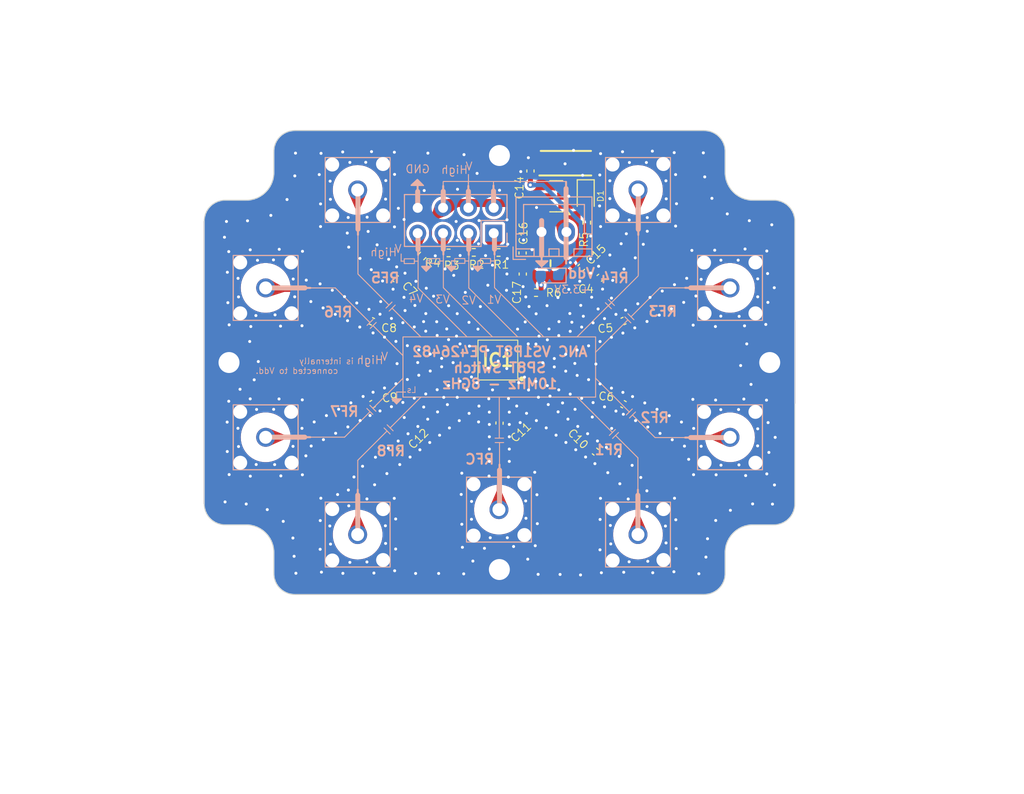
<source format=kicad_pcb>
(kicad_pcb (version 20240108) (generator "pcbnew") (generator_version "8.0")
  (layers (0 "F.Cu" signal) (1 "In1.Cu" signal) (2 "In2.Cu" signal) (31 "B.Cu" signal) (34 "B.Paste" user) (35 "F.Paste" user) (36 "B.SilkS" user "B.Silkscreen") (37 "F.SilkS" user "F.Silkscreen") (38 "B.Mask" user) (39 "F.Mask" user) (44 "Edge.Cuts" user))
  (net 0 "")
  (net 1 "/Vdd")
  (net 2 "GND")
  (net 3 "Net-(C4-Pad1)")
  (net 4 "Net-(IC1-RF4)")
  (net 5 "Net-(IC1-RF3)")
  (net 6 "Net-(C5-Pad1)")
  (net 7 "Net-(C6-Pad1)")
  (net 8 "Net-(IC1-RF2)")
  (net 9 "Net-(C7-Pad2)")
  (net 10 "Net-(IC1-RF5)")
  (net 11 "Net-(IC1-RF6)")
  (net 12 "Net-(C8-Pad2)")
  (net 13 "Net-(IC1-RF7)")
  (net 14 "Net-(C9-Pad2)")
  (net 15 "Net-(C10-Pad2)")
  (net 16 "Net-(IC1-RF1)")
  (net 17 "Net-(IC1-RFC)")
  (net 18 "Net-(C11-Pad2)")
  (net 19 "Net-(C12-Pad2)")
  (net 20 "Net-(IC1-RF8)")
  (net 21 "Net-(IC1-V1)")
  (net 22 "Net-(IC1-V2)")
  (net 23 "Net-(IC1-V3)")
  (net 24 "Net-(IC1-V4)")
  (net 25 "Net-(D1-K)")
  (net 26 "Net-(D1-A)")
  (net 27 "Net-(D3-A)")
  (net 28 "Net-(J2-Pin_2)")
  (footprint "Resistor_SMD:R_0402_1005Metric" (layer "F.Cu") (at 137.29 84.84 -135)
    (property "Reference" "R4")
    (property "Value" "4.7K")
  )
  (footprint "Capacitor_SMD:C_0402_1005Metric" (layer "F.Cu") (at 135.09 104.46 -146)
    (property "Reference" "C12")
    (property "Value" "4700 pF")
  )
  (footprint "Capacitor_SMD:C_0402_1005Metric" (layer "F.Cu") (at 132.32 99.68 -150)
    (property "Reference" "C9")
    (property "Value" "4700 pF")
  )
  (footprint "MUSIC_Lab:Bead0603 BEADC1608X100N" (layer "F.Cu") (at 150.16 85.57 180)
    (property "Reference" "FB1" (hide yes))
    (property "Value" "Bead MG1608-152Y" (hide yes))
  )
  (footprint "Resistor_SMD:R_0402_1005Metric" (layer "F.Cu") (at 144.95 84.49 180)
    (property "Reference" "R1")
    (property "Value" "4.7K")
  )
  (footprint "Package_TO_SOT_SMD:SOT-23" (layer "F.Cu") (at 150.7375 78.8525 180)
    (property "Reference" "Q1" (hide yes))
    (property "Value" "Q_PMOS_GSD")
  )
  (footprint "Capacitor_SMD:C_0402_1005Metric" (layer "F.Cu") (at 157.48 91.36 -155)
    (property "Reference" "C5")
    (property "Value" "4700 pF")
  )
  (footprint "Capacitor_SMD:C_0402_1005Metric" (layer "F.Cu") (at 155.13 87.02 -142)
    (property "Reference" "C4")
    (property "Value" "4700 pF")
  )
  (footprint "Capacitor_SMD:C_0402_1005Metric" (layer "F.Cu") (at 148.15 76.32 -90)
    (property "Reference" "C14")
    (property "Value" "10 uF")
  )
  (footprint "Capacitor_SMD:C_0402_1005Metric" (layer "F.Cu") (at 157.47431 99.7 150)
    (property "Reference" "C6")
    (property "Value" "4700 pF")
  )
  (footprint "Capacitor_SMD:C_0402_1005Metric" (layer "F.Cu") (at 147.38 86.65 90)
    (property "Reference" "C17")
    (property "Value" "0.1nF")
  )
  (footprint "Capacitor_SMD:C_0402_1005Metric" (layer "F.Cu") (at 132.27 91.39 155)
    (property "Reference" "C8")
    (property "Value" "4700 pF")
  )
  (footprint "Diode_SMD:D_SOD-323" (layer "F.Cu") (at 153.69 78.8125 -90)
    (property "Reference" "D1")
    (property "Value" "D_Schottky")
  )
  (footprint "Resistor_SMD:R_0402_1005Metric" (layer "F.Cu") (at 142.47 84.48 180)
    (property "Reference" "R2")
    (property "Value" "4.7K")
  )
  (footprint "Capacitor_SMD:C_0402_1005Metric" (layer "F.Cu") (at 134.6 87.07 142)
    (property "Reference" "C7")
    (property "Value" "4700 pF")
  )
  (footprint "MUSIC_Lab:QFN50P400X400X90-25N" (layer "F.Cu") (at 144.88 95.2752 180)
    (property "Reference" "IC1")
    (property "Value" "Switch_PE426482A-X" (hide yes))
  )
  (footprint "Capacitor_SMD:C_0402_1005Metric" (layer "F.Cu") (at 145.05 101.59 -92)
    (property "Reference" "C11")
    (property "Value" "4700 pF")
  )
  (footprint "Resistor_SMD:R_0402_1005Metric" (layer "F.Cu") (at 139.94 84.53 180)
    (property "Reference" "R3")
    (property "Value" "4.7K")
  )
  (footprint "Capacitor_SMD:C_0402_1005Metric" (layer "F.Cu") (at 147.36 84.54 -90)
    (property "Reference" "C16")
    (property "Value" "0.1 uF")
  )
  (footprint "Capacitor_SMD:C_0402_1005Metric" (layer "F.Cu") (at 153.24 86 -135)
    (property "Reference" "C15")
    (property "Value" "1uF")
  )
  (footprint "Capacitor_SMD:C_0402_1005Metric" (layer "F.Cu") (at 154.66 104.45 -38)
    (property "Reference" "C10")
    (property "Value" "4700 pF")
  )
  (footprint "Resistor_SMD:R_0402_1005Metric" (layer "F.Cu") (at 148.71 88.51)
    (property "Reference" "R6")
    (property "Value" "10 kohm")
  )
  (footprint "MUSIC_Lab:Outline_4x3_cavity_1.5mm" (layer "F.Cu") (at 197.38 96.18)
    (property "Reference" "outline1" (hide yes))
    (property "Value" "~" (hide yes))
    (fp_poly (pts (xy -29.587041 17.555401) (xy -29.668002 17.882695) (xy -29.708786 18.217378) (xy -29.711261 18.385957) (xy -29.711261 20.485957) (xy -29.713944 20.635958) (xy -29.756652 20.932905) (xy -29.841183 21.220752) (xy -29.965815 21.49364) (xy -30.128013 21.746015) (xy -30.324474 21.97274) (xy -30.551201 22.1692) (xy -30.803577 22.331396) (xy -31.076466 22.456027) (xy -31.364313 22.540556) (xy -31.66126 22.583263) (xy -31.811261 22.585945) (xy -72.851309 22.585944) (xy -73.001309 22.583262) (xy -73.298255 22.540555) (xy -73.5861 22.456024) (xy -73.858987 22.331392) (xy -74.11136 22.169194) (xy -74.338083 21.972732) (xy -74.534539 21.746005) (xy -74.696732 21.493628) (xy -74.821358 21.220738) (xy -74.905882 20.932891) (xy -74.948582 20.635944) (xy -74.951261 20.485944) (xy -74.951261 18.367194) (xy -74.954897 18.199926) (xy -74.99732 17.868048) (xy -75.079267 17.543661) (xy -75.199553 17.231453) (xy -75.356438 16.935937) (xy -75.547655 16.661386) (xy -75.77044 16.411767) (xy -76.021573 16.19069) (xy -76.297422 16.00135) (xy -76.594001 15.846484) (xy -76.907022 15.728331) (xy -77.231961 15.648598) (xy -77.56412 15.608439) (xy -77.731409 15.605944) (xy -79.831309 15.605944) (xy -79.981309 15.603262) (xy -80.278255 15.560555) (xy -80.5661 15.476024) (xy -80.838987 15.351392) (xy -81.09136 15.189194) (xy -81.318083 14.992732) (xy -81.514539 14.766005) (xy -81.676732 14.513628) (xy -81.801358 14.240738) (xy -81.885882 13.952891) (xy -81.928582 13.655944) (xy -81.931261 13.505944) (xy -81.931261 -14.834043) (xy -81.928615 -14.983473) (xy -81.886223 -15.279312) (xy -81.802322 -15.566154) (xy -81.678606 -15.838205) (xy -81.517574 -16.089972) (xy -81.322478 -16.316368) (xy -81.09726 -16.512822) (xy -80.846466 -16.675365) (xy -80.575164 -16.800715) (xy -80.288832 -16.88634) (xy -79.993253 -16.930511) (xy -79.843842 -16.934056) (xy -77.731261 -16.934056) (xy -77.563258 -16.936598) (xy -77.229702 -16.977109) (xy -76.903461 -17.057528) (xy -76.589291 -17.176684) (xy -76.291773 -17.332837) (xy -76.015246 -17.523713) (xy -75.763742 -17.746527) (xy -75.540927 -17.99803) (xy -75.35005 -18.274556) (xy -75.193894 -18.572073) (xy -75.074738 -18.886242) (xy -74.994316 -19.212483) (xy -74.953804 -19.546039) (xy -74.951261 -19.714042) (xy -74.951261 -21.814043) (xy -74.948615 -21.963473) (xy -74.906223 -22.259312) (xy -74.822322 -22.546154) (xy -74.698606 -22.818205) (xy -74.537574 -23.069972) (xy -74.342478 -23.296368) (xy -74.11726 -23.492822) (xy -73.866466 -23.655365) (xy -73.595164 -23.780715) (xy -73.308832 -23.86634) (xy -73.013253 -23.910511) (xy -72.863842 -23.914056) (xy -31.811309 -23.914057) (xy -31.660547 -23.911445) (xy -31.362124 -23.868306) (xy -31.072938 -23.782933) (xy -30.798933 -23.657083) (xy -30.545741 -23.493343) (xy -30.318567 -23.295077) (xy -30.122081 -23.066362) (xy -29.960322 -22.8119) (xy -29.836616 -22.53692) (xy -29.753504 -22.247076) (xy -29.712696 -21.948326) (xy -29.711261 -21.797548) (xy -29.711261 -19.714056) (xy -29.708725 -19.546053) (xy -29.668219 -19.212497) (xy -29.587804 -18.886256) (xy -29.468653 -18.572086) (xy -29.312502 -18.274568) (xy -29.121629 -17.99804) (xy -28.898818 -17.746534) (xy -28.647316 -17.523718) (xy -28.370791 -17.332841) (xy -28.073275 -17.176686) (xy -27.759107 -17.057529) (xy -27.432867 -16.977109) (xy -27.099312 -16.936598) (xy -26.931309 -16.934056) (xy -24.831309 -16.934056) (xy -24.682044 -16.931424) (xy -24.386526 -16.889132) (xy -24.099974 -16.805421) (xy -23.828162 -16.681978) (xy -23.576569 -16.52129) (xy -23.350264 -16.326595) (xy -23.153809 -16.101818) (xy -22.991162 -15.851487) (xy -22.8656 -15.580647) (xy -22.779655 -15.294757) (xy -22.735058 -14.999577) (xy -22.731261 -14.850338) (xy -22.731261 13.505957) (xy -22.733941 13.655958) (xy -22.77665 13.952905) (xy -22.861181 14.240752) (xy -22.985813 14.51364) (xy -23.148011 14.766015) (xy -23.344473 14.99274) (xy -23.5712 15.1892) (xy -23.823576 15.351396) (xy -24.096465 15.476027) (xy -24.384313 15.560556) (xy -24.68126 15.603262) (xy -24.831261 15.605944) (xy -26.916484 15.605944) (xy -27.085074 15.607525) (xy -27.419968 15.646537) (xy -27.747686 15.725763) (xy -28.063418 15.844041) (xy -28.362527 15.999634) (xy -28.640625 16.190259) (xy -28.893628 16.413116) (xy -29.117822 16.664935) (xy -29.309917 16.942019) (xy -29.467092 17.240301)) (stroke (width 0.1)) (fill none) (layer "Edge.Cuts"))
  )
  (footprint "MUSIC_Lab:TVS DIOM5226X230N" (layer "F.Cu") (at 151.62 75.6)
    (property "Reference" "D2" (hide yes))
    (property "Value" "TVS SMAJ3.3A-TP" (hide yes))
  )
  (footprint "Resistor_SMD:R_0402_1005Metric" (layer "F.Cu") (at 153.79 81.5 90)
    (property "Reference" "R5")
    (property "Value" "10 kohm")
  )
  (footprint "Connector_JST:JST_XH_B2B-XH-A_1x02_P2.50mm_Vertical" (layer "B.Cu") (at 149.26 82.43)
    (property "Reference" "J2" (hide yes))
    (property "Value" "Conn_01x02_Pin")
  )
  (footprint "Connector_PinHeader_2.54mm:PinHeader_2x04_P2.54mm_Vertical" (layer "B.Cu") (at 144.47 82.551799 90)
    (property "Reference" "J1" (hide yes))
    (property "Value" "Conn_02x04_Odd_Even")
  )
  (footprint "LED_SMD:LED_0603_1608Metric_Pad1.05x0.95mm_HandSolder" (layer "B.Cu") (at 150.06 86.8 180)
    (property "Reference" "D3" (hide yes))
    (property "Value" "LED" (hide yes))
  )
  (footprint "MUSIC_Lab:SMA_KHD_Back" (layer "B.Cu") (at 144.9934 110.2632 90)
    (property "Reference" "SMA6" (hide yes))
    (property "Value" "~" (hide yes))
  )
  (footprint "MUSIC_Lab:SMA_KHD_Back" (layer "B.Cu") (at 168.1528 103.0128)
    (property "Reference" "SMA4" (hide yes))
    (property "Value" "~" (hide yes))
  )
  (footprint "MUSIC_Lab:SMA_KHD_Back" (layer "B.Cu") (at 121.6082 103.0128 180)
    (property "Reference" "SMA8" (hide yes))
    (property "Value" "~" (hide yes))
  )
  (footprint "MUSIC_Lab:SMA_KHD_Back" (layer "B.Cu") (at 158.93 112.76 90)
    (property "Reference" "SMA5" (hide yes))
    (property "Value" "~" (hide yes))
  )
  (footprint "MUSIC_Lab:SMA_KHD_Back" (layer "B.Cu") (at 158.93 78.2226 -90)
    (property "Reference" "SMA1" (hide yes))
    (property "Value" "~" (hide yes))
  )
  (footprint "MUSIC_Lab:SMA_KHD_Back" (layer "B.Cu") (at 168.1528 88.0376)
    (property "Reference" "SMA3" (hide yes))
    (property "Value" "~" (hide yes))
  )
  (footprint "MUSIC_Lab:SMA_KHD_Back" (layer "B.Cu") (at 130.83 112.762743 90)
    (property "Reference" "SMA7" (hide yes))
    (property "Value" "~" (hide yes))
  )
  (footprint "MUSIC_Lab:SMA_KHD_Back" (layer "B.Cu") (at 130.83 78.2226 -90)
    (property "Reference" "SMA10" (hide yes))
    (property "Value" "~" (hide yes))
  )
  (footprint "MUSIC_Lab:SMA_KHD_Back" (layer "B.Cu") (at 121.6082 88.0376 180)
    (property "Reference" "SMA9" (hide yes))
    (property "Value" "~" (hide yes))
  )
  (gr_line (start 155.660888 89.522346) (end 156.26142 90.122878) (stroke (width 0.1)) (layer "B.SilkS"))
  (gr_line (start 137.71 85.58) (end 137.71 85.32) (stroke (width 0.1)) (layer "B.SilkS"))
  (gr_line (start 157.615599 90.943869) (end 158.216131 91.544401) (stroke (width 0.1)) (layer "B.SilkS"))
  (gr_line (start 133.964922 89.754922) (end 130.857602 86.647602) (stroke (width 0.1)) (layer "B.SilkS"))
  (gr_rect (start 135.5 85.12) (end 136.515 85.6) (stroke (width 0.1)) (fill none) (layer "B.SilkS"))
  (gr_line (start 156.061335 102.825633) (end 156.661867 102.225101) (stroke (width 0.1)) (layer "B.SilkS"))
  (gr_line (start 149.27 81.291) (end 149.27 84.775) (stroke (width 0.5)) (layer "B.SilkS"))
  (gr_line (start 139.4034 78.250001) (end 139.4034 77.821799) (stroke (width 0.2)) (layer "B.SilkS"))
  (gr_line (start 130.86 82.159) (end 130.86 82.713601) (stroke (width 0.2)) (layer "B.SilkS"))
  (gr_line (start 156.679799 102.829799) (end 158.923423 105.073423) (stroke (width 0.1)) (layer "B.SilkS"))
  (gr_line (start 135.19 85.36) (end 135.19 84.64) (stroke (width 0.1)) (layer "B.SilkS"))
  (gr_line (start 144.4434 77.781799) (end 144.4434 77.39) (stroke (width 0.1)) (layer "B.SilkS"))
  (gr_line (start 137.161345 92.951345) (end 134.299486 90.089486) (stroke (width 0.1)) (layer "B.SilkS"))
  (gr_line (start 142.87 85.58) (end 142.87 85.89) (stroke (width 0.1)) (layer "B.SilkS"))
  (gr_line (start 130.84 108.695399) (end 130.84 105.34) (stroke (width 0.1)) (layer "B.SilkS"))
  (gr_line (start 139.42 88.01) (end 139.42 84.27) (stroke (width 0.1)) (layer "B.SilkS"))
  (gr_line (start 134.74 98.87) (end 134.74 98.48) (stroke (width 0.1)) (layer "B.SilkS"))
  (gr_line (start 144.55 84.27) (end 144.55 84.6982) (stroke (width 0.2)) (layer "B.SilkS"))
  (gr_line (start 158.92 112.249) (end 158.92 108.82) (stroke (width 0.5)) (layer "B.SilkS"))
  (gr_line (start 139.055 85.34) (end 139.42 85.34) (stroke (width 0.1)) (layer "B.SilkS"))
  (gr_line (start 125.66 103) (end 129.51 103) (stroke (width 0.1)) (layer "B.SilkS"))
  (gr_rect (start 143.14 85.1) (end 144.155 85.58) (stroke (width 0.1)) (fill none) (layer "B.SilkS"))
  (gr_line (start 151.72 78.08) (end 151.7266 85.03) (stroke (width 0.5)) (layer "B.SilkS"))
  (gr_line (start 155.96532 89.204148) (end 156.565852 89.80468) (stroke (width 0.1)) (layer "B.SilkS"))
  (gr_line (start 130.840922 105.319078) (end 133.76916 102.39084) (stroke (width 0.1)) (layer "B.SilkS"))
  (gr_line (start 141.9367 77.581798) (end 141.9367 76.67) (stroke (width 0.1)) (layer "B.SilkS"))
  (gr_line (start 132.69 91.5) (end 132.089468 92.100532) (stroke (width 0.1)) (layer "B.SilkS"))
  (gr_line (start 132.371802 91.195568) (end 131.77127 91.7961) (stroke (width 0.1)) (layer "B.SilkS"))
  (gr_line (start 144.615359 103.54) (end 145.46464 103.54) (stroke (width 0.1)) (layer "B.SilkS"))
  (gr_line (start 132.041223 91.491223) (end 128.586491 88.036491) (stroke (width 0.1)) (layer "B.SilkS"))
  (gr_poly (pts (xy 143.31 85.89) (xy 142.42 85.89) (xy 142.8576 86.35)) (stroke (width 0.15)) (fill solid) (layer "B.SilkS"))
  (gr_line (start 136.8466 80.041798) (end 136.8466 78.379999) (stroke (width 0.5)) (layer "B.SilkS"))
  (gr_line (start 158.96 78.74) (end 158.96 82.169) (stroke (width 0.5)) (layer "B.SilkS"))
  (gr_line (start 158.07685 101.077382) (end 158.677382 100.47685) (stroke (width 0.1)) (layer "B.SilkS"))
  (gr_line (start 144.331243 92.931243) (end 139.429373 88.029373) (stroke (width 0.1)) (layer "B.SilkS"))
  (gr_line (start 141.9234 78.240001) (end 141.9234 77.811799) (stroke (width 0.2)) (layer "B.SilkS"))
  (gr_poly (pts (xy 140.67 85.89) (xy 139.78 85.89) (xy 140.2176 86.35)) (stroke (width 0.15)) (fill solid) (layer "B.SilkS"))
  (gr_line (start 140.23 85.58) (end 140.23 85.89) (stroke (width 0.1)) (layer "B.SilkS"))
  (gr_line (start 149.461243 92.931243) (end 144.546219 88.016219) (stroke (width 0.1)) (layer "B.SilkS"))
  (gr_line (start 136.515 85.36) (end 136.88 85.36) (stroke (width 0.1)) (layer "B.SilkS"))
  (gr_line (start 141.9634 82.5282) (end 141.9634 84.19) (stroke (width 0.5)) (layer "B.SilkS"))
  (gr_line (start 141.97 88.04) (end 141.97 84.3) (stroke (width 0.1)) (layer "B.SilkS"))
  (gr_line (start 139.42 84.27) (end 139.42 84.6982) (stroke (width 0.2)) (layer "B.SilkS"))
  (gr_line (start 145.05 105.75) (end 145.05 103.53) (stroke (width 0.1)) (layer "B.SilkS"))
  (gr_line (start 144.155 85.34) (end 144.55 85.34) (stroke (width 0.1)) (layer "B.SilkS"))
  (gr_line (start 145.05 106.301) (end 145.05 105.746399) (stroke (width 0.2)) (layer "B.SilkS"))
  (gr_poly (pts (xy 149.8824 85.34) (xy 148.7024 85.34) (xy 149.27 85.91)) (stroke (width 0.15)) (fill solid) (layer "B.SilkS"))
  (gr_line (start 144.5434 82.4982) (end 144.5434 84.16) (stroke (width 0.5)) (layer "B.SilkS"))
  (gr_line (start 158.058918 100.472684) (end 154.678571 97.092337) (stroke (width 0.1)) (layer "B.SilkS"))
  (gr_line (start 144.55 84.27) (end 144.55 87.99) (stroke (width 0.1)) (layer "B.SilkS"))
  (gr_line (start 133.67127 90.0561) (end 134.271802 89.455568) (stroke (width 0.1)) (layer "B.SilkS"))
  (gr_poly (pts (xy 136.2066 77.750899) (xy 137.3866 77.750899) (xy 136.819 77.180899)) (stroke (width 0.15)) (fill solid) (layer "B.SilkS"))
  (gr_line (start 158.96 82.169) (end 158.96 82.723601) (stroke (width 0.2)) (layer "B.SilkS"))
  (gr_line (start 137.176785 98.982683) (end 134.096246 102.063222) (stroke (width 0.1)) (layer "B.SilkS"))
  (gr_line (start 144.4534 77.370899) (end 139.42 77.370899) (stroke (width 0.1)) (layer "B.SilkS"))
  (gr_line (start 132.0539 99.80127) (end 132.654432 100.401802) (stroke (width 0.1)) (layer "B.SilkS"))
  (gr_line (start 133.479468 102.079468) (end 134.08 102.68) (stroke (width 0.1)) (layer "B.SilkS"))
  (gr_line (start 152.824991 92.945009) (end 156.265586 89.504414) (stroke (width 0.1)) (layer "B.SilkS"))
  (gr_line (start 141.776339 92.936339) (end 136.874934 88.034934) (stroke (width 0.1)) (layer "B.SilkS"))
  (gr_line (start 145.05 109.73) (end 145.05 106.301) (stroke (width 0.5)) (layer "B.SilkS"))
  (gr_line (start 151.74 77.370899) (end 144.4534 77.370899) (stroke (width 0.1)) (layer "B.SilkS"))
  (gr_line (start 151.7266 85.03) (end 151.7266 85.3) (stroke (width 0.1)) (layer "B.SilkS"))
  (gr_line (start 164.211 103.04) (end 163.656399 103.04) (stroke (width 0.2)) (layer "B.SilkS"))
  (gr_line (start 130.86 82.713601) (end 130.86 86.63) (stroke (width 0.1)) (layer "B.SilkS"))
  (gr_line (start 167.64 103.04) (end 164.211 103.04) (stroke (width 0.5)) (layer "B.SilkS"))
  (gr_line (start 149.27 84.83) (end 149.27 85.4) (stroke (width 0.2)) (layer "B.SilkS"))
  (gr_line (start 158.221903 90.938097) (end 161.13173 88.02827) (stroke (width 0.1)) (layer "B.SilkS"))
  (gr_line (start 158.96 82.723601) (end 158.96 86.79) (stroke (width 0.1)) (layer "B.SilkS"))
  (gr_rect (start 135.372162 92.947838) (end 154.682162 98.987838) (stroke (width 0.1)) (fill none) (layer "B.SilkS"))
  (gr_line (start 136.89 84.3) (end 136.89 84.7282) (stroke (width 0.2)) (layer "B.SilkS"))
  (gr_line (start 144.605625 103.099734) (end 145.454905 103.099734) (stroke (width 0.1)) (layer "B.SilkS"))
  (gr_line (start 167.65 88.03) (end 164.221 88.03) (stroke (width 0.5)) (layer "B.SilkS"))
  (gr_line (start 140.23 85.32) (end 140.555 85.32) (stroke (width 0.1)) (layer "B.SilkS"))
  (gr_line (start 132.048552 100.471448) (end 129.517404 103.002596) (stroke (width 0.1)) (layer "B.SilkS"))
  (gr_line (start 158.93756 86.846206) (end 155.961154 89.822612) (stroke (width 0.1)) (layer "B.SilkS"))
  (gr_line (start 158.92 108.695399) (end 158.92 105.07) (stroke (width 0.1)) (layer "B.SilkS"))
  (gr_line (start 164.221 88.03) (end 163.666399 88.03) (stroke (width 0.2)) (layer "B.SilkS"))
  (gr_line (start 141.9234 77.811799) (end 141.9234 77.39) (stroke (width 0.1)) (layer "B.SilkS"))
  (gr_line (start 141.97 84.3) (end 141.97 84.7282) (stroke (width 0.2)) (layer "B.SilkS"))
  (gr_line (start 132.370828 91.820828) (end 135.381642 94.831642) (stroke (width 0.1)) (layer "B.SilkS"))
  (gr_line (start 158.92 108.82) (end 158.92 108.265399) (stroke (width 0.2)) (layer "B.SilkS"))
  (gr_line (start 132.364308 100.10516) (end 135.378844 97.090624) (stroke (width 0.1)) (layer "B.SilkS"))
  (gr_line (start 125.525399 103) (end 126.08 103) (stroke (width 0.2)) (layer "B.SilkS"))
  (gr_line (start 134.74 98.48) (end 135.63 98.48) (stroke (width 0.1)) (layer "B.SilkS"))
  (gr_line (start 136.84 78.27) (end 136.84 77.841798) (stroke (width 0.2)) (layer "B.SilkS"))
  (gr_line (start 146.85 92.93) (end 141.972765 88.052765) (stroke (width 0.1)) (layer "B.SilkS"))
  (gr_line (start 136.89 88.05) (end 136.89 84.3) (stroke (width 0.1)) (layer "B.SilkS"))
  (gr_line (start 130.84 112.243601) (end 130.84 108.814601) (stroke (width 0.5)) (layer "B.SilkS"))
  (gr_line (start 157.758652 100.77295) (end 158.359184 100.172418) (stroke (width 0.1)) (layer "B.SilkS"))
  (gr_line (start 133.989468 90.360532) (end 134.59 89.76) (stroke (width 0.1)) (layer "B.SilkS"))
  (gr_line (start 137.71 85.58) (end 137.71 85.89) (stroke (width 0.1)) (layer "B.SilkS"))
  (gr_line (start 163.656399 103.04) (end 160.65 103.04) (stroke (width 0.1)) (layer "B.SilkS"))
  (gr_line (start 125.67 88.04) (end 128.58 88.04) (stroke (width 0.1)) (layer "B.SilkS"))
  (gr_line (start 131.749468 100.119468) (end 132.35 100.72) (stroke (width 0.1)) (layer "B.SilkS"))
  (gr_line (start 142.87 85.58) (end 142.87 85.36) (stroke (width 0.1)) (layer "B.SilkS"))
  (gr_poly (pts (xy 135.18 99.18) (xy 134.29 99.18) (xy 134.7276 99.64)) (stroke (width 0.15)) (fill solid) (layer "B.SilkS"))
  (gr_line (start 137.71 85.32) (end 138.035 85.32) (stroke (width 0.1)) (layer "B.SilkS"))
  (gr_line (start 139.4134 82.4982) (end 139.4134 84.16) (stroke (width 0.5)) (layer "B.SilkS"))
  (gr_line (start 141.575 85.34) (end 141.97 85.34) (stroke (width 0.1)) (layer "B.SilkS"))
  (gr_rect (start 138.04 85.1) (end 139.055 85.58) (stroke (width 0.1)) (fill none) (layer "B.SilkS"))
  (gr_line (start 136.8834 82.5282) (end 136.8834 84.19) (stroke (width 0.5)) (layer "B.SilkS"))
  (gr_line (start 140.23 85.58) (end 140.23 85.33) (stroke (width 0.1)) (layer "B.SilkS"))
  (gr_line (start 144.45 79.981799) (end 144.45 78.32) (stroke (width 0.5)) (layer "B.SilkS"))
  (gr_line (start 122.106399 88.04) (end 125.535399 88.04) (stroke (width 0.5)) (layer "B.SilkS"))
  (gr_line (start 134.74 98.87) (end 134.74 99.18) (stroke (width 0.1)) (layer "B.SilkS"))
  (gr_line (start 122.096399 103) (end 125.525399 103) (stroke (width 0.5)) (layer "B.SilkS"))
  (gr_line (start 157.920031 90.625671) (end 158.520563 91.226203) (stroke (width 0.1)) (layer "B.SilkS"))
  (gr_line (start 130.86 78.73) (end 130.86 82.159) (stroke (width 0.5)) (layer "B.SilkS"))
  (gr_line (start 151.72 78.08) (end 151.72 77.41) (stroke (width 0.2)) (layer "B.SilkS"))
  (gr_line (start 163.666399 88.03) (end 161.14 88.03) (stroke (width 0.1)) (layer "B.SilkS"))
  (gr_poly (pts (xy 138.15 85.89) (xy 137.26 85.89) (xy 137.6976 86.35)) (stroke (width 0.15)) (fill solid) (layer "B.SilkS"))
  (gr_line (start 151.7266 85.165) (end 151.7266 85.5932) (stroke (width 0.2)) (layer "B.SilkS"))
  (gr_line (start 141.93 80.011799) (end 141.93 78.35) (stroke (width 0.5)) (layer "B.SilkS"))
  (gr_line (start 135.5 85.36) (end 135.19 85.36) (stroke (width 0.1)) (layer "B.SilkS"))
  (gr_line (start 139.41 80.021799) (end 139.41 78.36) (stroke (width 0.5)) (layer "B.SilkS"))
  (gr_line (start 142.88 85.36) (end 143.125 85.36) (stroke (width 0.1)) (layer "B.SilkS"))
  (gr_line (start 156.379533 103.130065) (end 156.980065 102.529533) (stroke (width 0.1)) (layer "B.SilkS"))
  (gr_line (start 157.915865 91.244135) (end 154.675301 94.484699) (stroke (width 0.1)) (layer "B.SilkS"))
  (gr_line (start 144.4434 78.210001) (end 144.4434 77.781799) (stroke (width 0.2)) (layer "B.SilkS"))
  (gr_line (start 130.84 108.814601) (end 130.84 108.26) (stroke (width 0.2)) (layer "B.SilkS"))
  (gr_line (start 156.361601 102.525367) (end 152.835206 98.998972) (stroke (width 0.1)) (layer "B.SilkS"))
  (gr_line (start 125.535399 88.04) (end 126.09 88.04) (stroke (width 0.2)) (layer "B.SilkS"))
  (gr_rect (start 140.56 85.1) (end 141.575 85.58) (stroke (width 0.1)) (fill none) (layer "B.SilkS"))
  (gr_line (start 158.377116 100.777116) (end 160.64 103.04) (stroke (width 0.1)) (layer "B.SilkS"))
  (gr_line (start 133.7839 101.76127) (end 134.384432 102.361802) (stroke (width 0.1)) (layer "B.SilkS"))
  (gr_line (start 139.4034 77.821799) (end 139.4034 77.4) (stroke (width 0.1)) (layer "B.SilkS"))
  (gr_line (start 145.027162 103.09) (end 145.027162 98.987838) (stroke (width 0.1)) (layer "B.SilkS"))
  (gr_text "V2" (at 142.75 89.75 0) (layer "B.SilkS") (effects (font (size 0.8 0.8) (thickness 0.1)) (justify left bottom mirror)))
  (gr_text "is internally \n            connected to Vdd." (at 127.48 96.7 0) (layer "B.SilkS") (effects (font (size 0.6 0.6) (thickness 0.08)) (justify bottom mirror)))
  (gr_text "RF8" (at 135.7 104.97 -0) (layer "B.SilkS") (effects (font (size 1 1) (thickness 0.2) (bold yes)) (justify left bottom mirror)))
  (gr_text "RF2" (at 162.14 101.63 -0) (layer "B.SilkS") (effects (font (size 1 1) (thickness 0.2) (bold yes)) (justify left bottom mirror)))
  (gr_text "V4" (at 137.48 89.57 0) (layer "B.SilkS") (effects (font (size 0.8 0.8) (thickness 0.1)) (justify left bottom mirror)))
  (gr_text "RF4" (at 158.12 87.62 -0) (layer "B.SilkS") (effects (font (size 1 1) (thickness 0.2) (bold yes)) (justify left bottom mirror)))
  (gr_text "High" (at 133.47 95.74 0) (layer "B.SilkS") (effects (font (size 0.8 0.8) (thickness 0.1)) (justify left bottom mirror)))
  (gr_text "RF6" (at 130.42 91.05 -0) (layer "B.SilkS") (effects (font (size 1 1) (thickness 0.2) (bold yes)) (justify left bottom mirror)))
  (gr_text "Vdd" (at 154.72 87.16 0) (layer "B.SilkS") (effects (font (size 1 1) (thickness 0.2) (bold yes)) (justify left bottom mirror)))
  (gr_text "RFC" (at 144.63 105.8 0) (layer "B.SilkS") (effects (font (size 1 1) (thickness 0.2) (bold yes)) (justify left bottom mirror)))
  (gr_text "V" (at 133.94 95.39 0) (layer "B.SilkS") (effects (font (size 0.8 0.8) (thickness 0.1)) (justify left bottom mirror)))
  (gr_text "V3" (at 140.13 89.65 0) (layer "B.SilkS") (effects (font (size 0.8 0.8) (thickness 0.1)) (justify left bottom mirror)))
  (gr_text "RF5" (at 135.13 87.63 -0) (layer "B.SilkS") (effects (font (size 1 1) (thickness 0.2) (bold yes)) (justify left bottom mirror)))
  (gr_text "High" (at 134.83 84.93 0) (layer "B.SilkS") (effects (font (size 0.8 0.8) (thickness 0.1)) (justify left bottom mirror)))
  (gr_text "Ls" (at 136.23 98.61 0) (layer "B.SilkS") (effects (font (size 0.6 0.6) (thickness 0.08)) (justify bottom mirror)))
  (gr_text "RF7" (at 131.03 101.02 -0) (layer "B.SilkS") (effects (font (size 1 1) (thickness 0.2) (bold yes)) (justify left bottom mirror)))
  (gr_text "+3.3V" (at 154.2 88.66 0) (layer "B.SilkS") (effects (font (size 0.8 0.8) (thickness 0.1)) (justify left bottom mirror)))
  (gr_text "High" (at 141.9367 76.67 0) (layer "B.SilkS") (effects (font (size 0.8 0.8) (thickness 0.1)) (justify left bottom mirror)))
  (gr_text "RF3" (at 162.95 90.98 -0) (layer "B.SilkS") (effects (font (size 1 1) (thickness 0.2) (bold yes)) (justify left bottom mirror)))
  (gr_text "V" (at 142.4067 76.32 0) (layer "B.SilkS") (effects (font (size 0.8 0.8) (thickness 0.1)) (justify left bottom mirror)))
  (gr_text "GND" (at 138.13 76.6 0) (layer "B.SilkS") (effects (font (size 0.8 0.8) (thickness 0.1)) (justify left bottom mirror)))
  (gr_text "V1" (at 145.29 89.68 0) (layer "B.SilkS") (effects (font (size 0.8 0.8) (thickness 0.1)) (justify left bottom mirror)))
  (gr_text "RF1" (at 157.56 104.85 -0) (layer "B.SilkS") (effects (font (size 1 1) (thickness 0.2) (bold yes)) (justify left bottom mirror)))
  (gr_text "V" (at 135.3 84.58 0) (layer "B.SilkS") (effects (font (size 0.8 0.8) (thickness 0.1)) (justify left bottom mirror)))
  (gr_text "ANC VS1P8T PE426482\nSP8T Switch\n10MHz - 8GHz" (at 145.08 98.24 0) (layer "B.SilkS") (effects (font (size 1 1) (thickness 0.2) (bold yes)) (justify bottom mirror)))
  (segment (start 146.13 90.58) (end 146.37 90.34) (width 0.3) (layer "F.Cu") (net 1))
  (segment (start 146.56 89.18) (end 146.56 88.75) (width 0.3) (layer "F.Cu") (net 1))
  (segment (start 137.650624 84.479376) (end 138.13 84) (width 0.3) (layer "F.Cu") (net 1))
  (segment (start 140 79.53) (end 146.19 79.53) (width 0.8) (layer "F.Cu") (net 1))
  (segment (start 145.63 92.43) (end 146.13 91.93) (width 0.3) (layer "F.Cu") (net 1))
  (segment (start 138.13 84) (end 138.13 81.3) (width 0.3) (layer "F.Cu") (net 1))
  (segment (start 139.42 79.690001) (end 139.42 80.11) (width 0.8) (layer "F.Cu") (net 1))
  (segment (start 146.13 91.93) (end 146.13 91.08) (width 0.3) (layer "F.Cu") (net 1))
  (segment (start 146.37 89.37) (end 146.56 89.18) (width 0.3) (layer "F.Cu") (net 1))
  (segment (start 146.58 84.88) (end 146.58 79.92) (width 0.3) (layer "F.Cu") (net 1))
  (segment (start 146.37 90.34) (end 146.37 89.91) (width 0.3) (layer "F.Cu") (net 1))
  (segment (start 146.37 89.91) (end 146.37 89.37) (width 0.3) (layer "F.Cu") (net 1))
  (segment (start 146.13 91.08) (end 146.13 90.58) (width 0.3) (layer "F.Cu") (net 1))
  (segment (start 138.13 81.3) (end 139.37 80.06) (width 0.3) (layer "F.Cu") (net 1))
  (segment (start 146.58 88.73) (end 146.58 84.88) (width 0.3) (layer "F.Cu") (net 1))
  (segment (start 147.36 86.15) (end 147.36 85.02) (width 0.43) (layer "F.Cu") (net 1))
  (segment (start 147.38 86.17) (end 147.36 86.15) (width 0.43) (layer "F.Cu") (net 1))
  (segment (start 139.420001 79.69) (end 139.42 79.690001) (width 0.8) (layer "F.Cu") (net 1))
  (segment (start 149.360001 85.57) (end 146.75 85.57) (width 0.43) (layer "F.Cu") (net 1))
  (segment (start 146.58 79.92) (end 146.19 79.53) (width 0.3) (layer "F.Cu") (net 1))
  (segment (start 139.42 80.11) (end 140 79.53) (width 0.8) (layer "F.Cu") (net 1))
  (segment (start 145.63 93.2752) (end 145.63 92.43) (width 0.3) (layer "F.Cu") (net 1))
  (segment (start 146.56 88.75) (end 146.58 88.73) (width 0.3) (layer "F.Cu") (net 1))
  (segment (start 145.63 97.2752) (end 145.78 96.12) (width 0.3) (layer "F.Cu") (net 2))
  (segment (start 144.88 95.2752) (end 146.13 96.5252) (width 0.3) (layer "F.Cu") (net 2))
  (segment (start 143.88 94.29) (end 144.1152 94.5252) (width 0.3) (layer "F.Cu") (net 2))
  (segment (start 142.88 95.5252) (end 146.88 95.5252) (width 0.3) (layer "F.Cu") (net 2))
  (segment (start 146.13 93.2752) (end 146.13 94.0252) (width 0.3) (layer "F.Cu") (net 2))
  (segment (start 145.78 96.12) (end 145.63 96.0252) (width 0.3) (layer "F.Cu") (net 2))
  (segment (start 144.63 95.5252) (end 144.88 95.2752) (width 0.3) (layer "F.Cu") (net 2))
  (segment (start 143.94 96.08) (end 143.94 96.2152) (width 0.3) (layer "F.Cu") (net 2))
  (segment (start 146.13 96.5252) (end 146.88 96.5252) (width 0.3) (layer "F.Cu") (net 2))
  (segment (start 145.9052 94.25) (end 145.78 94.25) (width 0.3) (layer "F.Cu") (net 2))
  (segment (start 144.9848 95.38) (end 144.92 95.38) (width 0.3) (layer "F.Cu") (net 2))
  (segment (start 145.63 94.5252) (end 144.88 95.2752) (width 0.3) (layer "F.Cu") (net 2))
  (segment (start 144.13 97.2752) (end 144.13 96.0252) (width 0.3) (layer "F.Cu") (net 2))
  (segment (start 144.88 95.2752) (end 144.0752 96.08) (width 0.3) (layer "F.Cu") (net 2))
  (segment (start 146.13 94.0252) (end 145.9052 94.25) (width 0.3) (layer "F.Cu") (net 2))
  (segment (start 145.63 96.0252) (end 144.9848 95.38) (width 0.3) (layer "F.Cu") (net 2))
  (segment (start 144.13 94.5252) (end 144.88 95.2752) (width 0.3) (layer "F.Cu") (net 2))
  (segment (start 146.88 94.5252) (end 145.63 94.5252) (width 0.3) (layer "F.Cu") (net 2))
  (segment (start 145.78 94.25) (end 145.78 94.3752) (width 0.3) (layer "F.Cu") (net 2))
  (segment (start 143.94 96.2152) (end 143.6452 96.51) (width 0.3) (layer "F.Cu") (net 2))
  (segment (start 145.78 94.3752) (end 144.88 95.2752) (width 0.3) (layer "F.Cu") (net 2))
  (segment (start 144.63 97.2752) (end 144.63 95.5252) (width 0.3) (layer "F.Cu") (net 2))
  (segment (start 142.88 94.5252) (end 143.6448 94.5252) (width 0.3) (layer "F.Cu") (net 2))
  (segment (start 144.13 96.0252) (end 144.88 95.2752) (width 0.3) (layer "F.Cu") (net 2))
  (segment (start 144.0752 96.08) (end 143.94 96.08) (width 0.3) (layer "F.Cu") (net 2))
  (segment (start 144.92 95.38) (end 144.92 95.3152) (width 0.3) (layer "F.Cu") (net 2))
  (segment (start 143.6452 96.51) (end 143.14 96.51) (width 0.3) (layer "F.Cu") (net 2))
  (segment (start 144.1152 94.5252) (end 144.13 94.5252) (width 0.3) (layer "F.Cu") (net 2))
  (segment (start 143.14 96.51) (end 142.13 97.52) (width 0.3) (layer "F.Cu") (net 2))
  (segment (start 143.6448 94.5252) (end 143.88 94.29) (width 0.3) (layer "F.Cu") (net 2))
  (segment (start 144.92 95.3152) (end 144.88 95.2752) (width 0.3) (layer "F.Cu") (net 2))
  (via (at 127.16 74.55) (size 0.5) (drill 0.3) (layers "F.Cu" "B.Cu") (net 2))
  (via (at 136.957992 94.251497) (size 0.5) (drill 0.3) (layers "F.Cu" "B.Cu") (net 2))
  (via (at 117.95 91.74) (size 0.5) (drill 0.3) (layers "F.Cu" "B.Cu") (net 2))
  (via (at 150.539968 95.95789) (size 0.5) (drill 0.3) (layers "F.Cu" "B.Cu") (net 2))
  (via (at 153.978027 97.233808) (size 0.5) (drill 0.3) (layers "F.Cu" "B.Cu") (net 2))
  (via (at 147.68 88.94) (size 0.5) (drill 0.3) (layers "F.Cu" "B.Cu") (net 2))
  (via (at 162.59 109.12) (size 0.5) (drill 0.3) (layers "F.Cu" "B.Cu") (net 2))
  (via (at 159.46 83.67) (size 0.5) (drill 0.3) (layers "F.Cu" "B.Cu") (net 2))
  (via (at 143.94 96.08) (size 0.6) (drill 0.3) (layers "F.Cu" "B.Cu") (net 2))
  (via (at 138.95 116.66) (size 0.5) (drill 0.3) (layers "F.Cu" "B.Cu") (net 2))
  (via (at 155.574209 91.115337) (size 0.5) (drill 0.3) (layers "F.Cu" "B.Cu") (net 2))
  (via (at 163.812527 87.076043) (size 0.5) (drill 0.3) (layers "F.Cu" "B.Cu") (net 2))
  (via (at 159.86 80.99) (size 0.5) (drill 0.3) (layers "F.Cu" "B.Cu") (net 2))
  (via (at 158.685459 101.342915) (size 0.5) (drill 0.3) (layers "F.Cu" "B.Cu") (net 2))
  (via (at 147.67 109.39) (size 0.5) (drill 0.3) (layers "F.Cu" "B.Cu") (net 2))
  (via (at 154.867001 103.382616) (size 0.5) (drill 0.3) (layers "F.Cu" "B.Cu") (net 2))
  (via (at 157.524799 86.153629) (size 0.5) (drill 0.3) (layers "F.Cu" "B.Cu") (net 2))
  (via (at 127.14 109.12) (size 0.5) (drill 0.3) (layers "F.Cu" "B.Cu") (net 2))
  (via (at 171.95 89.49) (size 0.5) (drill 0.3) (layers "F.Cu" "B.Cu") (net 2))
  (via (at 146.03 102.96) (size 0.5) (drill 0.3) (layers "F.Cu" "B.Cu") (net 2))
  (via (at 159.834028 91.403746) (size 0.5) (drill 0.3) (layers "F.Cu" "B.Cu") (net 2))
  (via (at 158.07 75.47) (size 0.5) (drill 0.3) (layers "F.Cu" "B.Cu") (net 2))
  (via (at 127.063105 87.634532) (size 0.5) (drill 0.3) (layers "F.Cu" "B.Cu") (net 2))
  (via (at 155.90275 106.558236) (size 0.5) (drill 0.3) (layers "F.Cu" "B.Cu") (net 2))
  (via (at 159.77 75.47) (size 0.5) (drill 0.3) (layers "F.Cu" "B.Cu") (net 2))
  (via (at 132.195201 86.213629) (size 0.5) (drill 0.3) (layers "F.Cu" "B.Cu") (net 2))
  (via (at 157.684369 90.26849) (size 0.5) (drill 0.3) (layers "F.Cu" "B.Cu") (net 2))
  (via (at 125.29 106.77) (size 0.5) (drill 0.3) (layers "F.Cu" "B.Cu") (net 2))
  (via (at 117.77 86.47) (size 0.5) (drill 0.3) (layers "F.Cu" "B.Cu") (net 2))
  (via (at 129.33 74.41) (size 0.5) (drill 0.3) (layers "F.Cu" "B.Cu") (net 2))
  (via (at 159.84 109.95) (size 0.5) (drill 0.3) (layers "F.Cu" "B.Cu") (net 2))
  (via (at 171.84 106.68) (size 0.5) (drill 0.3) (layers "F.Cu" "B.Cu") (net 2))
  (via (at 156.270067 98.08442) (size 0.5) (drill 0.3) (layers "F.Cu" "B.Cu") (net 2))
  (via (at 164.01 105.22) (size 0.5) (drill 0.3) (layers "F.Cu" "B.Cu") (net 2))
  (via (at 140.81 83.27) (size 0.5) (drill 0.3) (layers "F.Cu" "B.Cu") (net 2))
  (via (at 169.05 105.78) (size 0.5) (drill 0.3) (layers "F.Cu" "B.Cu") (net 2))
  (via (at 127.699249 100.836148) (size 0.5) (drill 0.3) (layers "F.Cu" "B.Cu") (net 2))
  (via (at 168.19 110.33) (size 0.5) (drill 0.3) (layers "F.Cu" "B.Cu") (net 2))
  (via (at 123.1 91.87) (size 0.5) (drill 0.3) (layers "F.Cu" "B.Cu") (net 2))
  (via (at 153.17 116.81) (size 0.5) (drill 0.3) (layers "F.Cu" "B.Cu") (net 2))
  (via (at 143.974939 99.153771) (size 0.5) (drill 0.3) (layers "F.Cu" "B.Cu") (net 2))
  (via (at 165.03 116.69) (size 0.5) (drill 0.3) (layers "F.Cu" "B.Cu") (net 2))
  (via (at 144.12 113.08) (size 0.5) (drill 0.3) (layers "F.Cu" "B.Cu") (net 2))
  (via (at 162.76 114.17) (size 0.5) (drill 0.3) (layers "F.Cu" "B.Cu") (net 2))
  (via (at 134.53 76.66) (size 0.5) (drill 0.3) (layers "F.Cu" "B.Cu") (net 2))
  (via (at 132.53 107.77) (size 0.5) (drill 0.3) (layers "F.Cu" "B.Cu") (net 2))
  (via (at 118.84 87.08) (size 0.5) (drill 0.3) (layers "F.Cu" "B.Cu") (net 2))
  (via (at 146.771568 99.878769) (size 0.5) (drill 0.3) (layers "F.Cu" "B.Cu") (net 2))
  (via (at 154.98 85.87) (size 0.5) (drill 0.3) (layers "F.Cu" "B.Cu") (net 2))
  (via (at 155.18 74.58) (size 0.5) (drill 0.3) (layers "F.Cu" "B.Cu") (net 2))
  (via (at 129.79 82.54) (size 0.5) (drill 0.3) (layers "F.Cu" "B.Cu") (net 2))
  (via (at 156.29 102.12) (size 0.5) (drill 0.3) (layers "F.Cu" "B.Cu") (net 2))
  (via (at 162.285291 90.126767) (size 0.5) (drill 0.3) (layers "F.Cu" "B.Cu") (net 2))
  (via (at 151.997669 88.187119) (size 0.5) (drill 0.3) (layers "F.Cu" "B.Cu") (net 2))
  (via (at 147.552071 96.982321) (size 0.5) (drill 0.3) (layers "F.Cu" "B.Cu") (net 2))
  (via (at 142.25 109.44) (size 0.5) (drill 0.3) (layers "F.Cu" "B.Cu") (net 2))
  (via (at 157.24117 83.60883) (size 0.5) (drill 0.3) (layers "F.Cu" "B.Cu") (net 2))
  (via (at 135.58 90.31) (size 0.5) (drill 0.3) (layers "F.Cu" "B.Cu") (net 2))
  (via (at 161.74 113.6) (size 0.5) (drill 0.3) (layers "F.Cu" "B.Cu") (net 2))
  (via (at 131.88 82.38) (size 0.5) (drill 0.3) (layers "F.Cu" "B.Cu") (net 2))
  (via (at 171.74 91.7) (size 0.5) (drill 0.3) (layers "F.Cu" "B.Cu") (net 2))
  (via (at 151.685988 96.383196) (size 0.5) (drill 0.3) (layers "F.Cu" "B.Cu") (net 2))
  (via (at 164.43 99.21) (size 0.5) (drill 0.3) (layers "F.Cu" "B.Cu") (net 2))
  (via (at 136.567368 89.797705) (size 0.5) (drill 0.3) (layers "F.Cu" "B.Cu") (net 2))
  (via (at 158.340687 105.823862) (size 0.5) (drill 0.3) (layers "F.Cu" "B.Cu") (net 2))
  (via (at 158.91 89.63) (size 0.5) (drill 0.3) (layers "F.Cu" "B.Cu") (net 2))
  (via (at 132.373913 98.494926) (size 0.5) (drill 0.3) (layers "F.Cu" "B.Cu") (net 2))
  (via (at 120.79 85.27) (size 0.5) (drill 0.3) (layers "F.Cu" "B.Cu") (net 2))
  (via (at 141.21 108.74) (size 0.5) (drill 0.3) (layers "F.Cu" "B.Cu") (net 2))
  (via (at 134.78 95.63) (size 0.5) (drill 0.3) (layers "F.Cu" "B.Cu") (net 2))
  (via (at 135.36181 99.519356) (size 0.5) (drill 0.3) (layers "F.Cu" "B.Cu") (net 2))
  (via (at 130.46 106.99) (size 0.5) (drill 0.3) (layers "F.Cu" "B.Cu") (net 2))
  (via (at 148.92 116.75) (size 0.5) (drill 0.3) (layers "F.Cu" "B.Cu") (net 2))
  (via (at 140.396051 95.527415) (size 0.5) (drill 0.3) (layers "F.Cu" "B.Cu") (net 2))
  (via (at 160.835119 100.207658) (size 0.5) (drill 0.3) (layers "F.Cu" "B.Cu") (net 2))
  (via (at 166.76 106.77) (size 0.5) (drill 0.3) (layers "F.Cu" "B.Cu") (net 2))
  (via (at 156.11 79.09) (size 0.5) (drill 0.3) (layers "F.Cu" "B.Cu") (net 2))
  (via (at 152.62 100.21) (size 0.5) (drill 0.3) (layers "F.Cu" "B.Cu") (net 2))
  (via (at 155.574209 99.959462) (size 0.5) (drill 0.3) (layers "F.Cu" "B.Cu") (net 2))
  (via (at 150.539968 95.116909) (size 0.5) (drill 0.3) (layers "F.Cu" "B.Cu") (net 2))
  (via (at 136.67 87.379221) (size 0.5) (drill 0.3) (layers "F.Cu" "B.Cu") (net 2))
  (via (at 164.512014 102.123127) (size 0.5) (drill 0.3) (layers "F.Cu" "B.Cu") (net 2))
  (via (at 117.48 82.96) (size 0.5) (drill 0.3) (layers "F.Cu" "B.Cu") (net 2))
  (via (at 134.52 81.92) (size 0.5) (drill 0.3) (layers "F.Cu" "B.Cu") (net 2))
  (via (at 146.03 101.725252) (size 0.5) (drill 0.3) (layers "F.Cu" "B.Cu") (net 2))
  (via (at 165.74 115.02) (size 0.5) (drill 0.3) (layers "F.Cu" "B.Cu") (net 2))
  (via (at 162.7 76.68) (size 0.5) (drill 0.3) (layers "F.Cu" "B.Cu") (net 2))
  (via (at 167.25 105.81) (size 0.5) (drill 0.3) (layers "F.Cu" "B.Cu") (net 2))
  (via (at 142.95 83.62) (size 0.5) (drill 0.3) (layers "F.Cu" "B.Cu") (net 2))
  (via (at 127.364709 90.046767) (size 0.5) (drill 0.3) (layers "F.Cu" "B.Cu") (net 2))
  (via (at 165.26 103.91) (size 0.5) (drill 0.3) (layers "F.Cu" "B.Cu") (net 2))
  (via (at 150.01 92.16) (size 0.5) (drill 0.3) (layers "F.Cu" "B.Cu") (net 2))
  (via (at 133.903438 104.107902) (size 0.5) (drill 0.3) (layers "F.Cu" "B.Cu") (net 2))
  (via (at 142.8 76.56) (size 0.5) (drill 0.3) (layers "F.Cu" "B.Cu") (net 2))
  (via (at 134.91 80.06) (size 0.5) (drill 0.3) (layers "F.Cu" "B.Cu") (net 2))
  (via (at 152.13615 92.391255) (size 0.5) (drill 0.3) (layers "F.Cu" "B.Cu") (net 2))
  (via (at 137.5 78.28) (size 0.5) (drill 0.3) (layers "F.Cu" "B.Cu") (net 2))
  (via (at 155.379625 88.15971) (size 0.5) (drill 0.3) (layers "F.Cu" "B.Cu") (net 2))
  (via (at 148.84 111.67) (size 0.5) (drill 0.3) (layers "F.Cu" "B.Cu") (net 2))
  (via (at 124.64 116.64) (size 0.5) (drill 0.3) (layers "F.Cu" "B.Cu") (net 2))
  (via (at 169.72 106.85) (size 0.5) (drill 0.3) (layers "F.Cu" "B.Cu") (net 2))
  (via (at 151.704107 103.529761) (size 0.5) (drill 0.3) (layers "F.Cu" "B.Cu") (net 2))
  (via (at 130.74 89.55) (size 0.5) (drill 0.3) (layers "F.Cu" "B.Cu") (net 2))
  (via (at 164.5 106.76) (size 0.5) (drill 0.3) (layers "F.Cu" "B.Cu") (net 2))
  (via (at 120.63 90.81) (size 0.5) (drill 0.3) (layers "F.Cu" "B.Cu") (net 2))
  (via (at 156.27 89.06) (size 0.5) (drill 0.3) (layers "F.Cu" "B.Cu") (net 2))
  (via (at 125.68 87.26) (size 0.5) (drill 0.3) (layers "F.Cu" "B.Cu") (net 2))
  (via (at 134.21579 91.100537) (size 0.5) (drill 0.3) (layers "F.Cu" "B.Cu") (net 2))
  (via (at 153.282169 99.10885) (size 0.5) (drill 0.3) (layers "F.Cu" "B.Cu") (net 2))
  (via (at 154.16 85.13) (size 0.5) (drill 0.3) (layers "F.Cu" "B.Cu") (net 2))
  (via (at 148.69809 93.667173) (size 0.5) (drill 0.3) (layers "F.Cu" "B.Cu") (net 2))
  (via (at 155.1 76.72) (size 0.5) (drill 0.3) (layers "F.Cu" "B.Cu") (net 2))
  (via (at 128.04 111.9) (size 0.5) (drill 0.3) (layers "F.Cu" "B.Cu") (net 2))
  (via (at 147.94 74.99) (size 0.5) (drill 0.3) (layers "F.Cu" "B.Cu") (net 2))
  (via (at 139.59 86.14) (size 0.5) (drill 0.3) (layers "F.Cu" "B.Cu") (net 2))
  (via (at 152.100301 90.605602) (size 0.5) (drill 0.3) (layers "F.Cu" "B.Cu") (net 2))
  (via (at 169.22 95.82) (size 0.5) (drill 0.3) (layers "F.Cu" "B.Cu") (net 2))
  (via (at 140.7 81.38) (size 0.5) (drill 0.3) (layers "F.Cu" "B.Cu") (net 2))
  (via (at 117.82 89.52) (size 0.5) (drill 0.3) (layers "F.Cu" "B.Cu") (net 2))
  (via (at 153.38 76.75) (size 0.5) (drill 0.3) (layers "F.Cu" "B.Cu") (net 2))
  (via (at 141.33 114.04) (size 0.5) (drill 0.3) (layers "F.Cu" "B.Cu") (net 2))
  (via (at 118.83 102.11) (size 0.5) (drill 0.3) (layers "F.Cu" "B.Cu") (net 2))
  (via (at 134.21579 99.944662) (size 0.5) (drill 0.3) (layers "F.Cu" "B.Cu") (net 2))
  (via (at 128.07 77.34) (size 0.5) (drill 0.3) (layers "F.Cu" "B.Cu") (net 2))
  (via (at 134.381153 88.16711) (size 0.5) (drill 0.3) (layers "F.Cu" "B.Cu") (net 2))
  (via (at 142.988431 99.883969) (size 0.5) (drill 0.3) (layers "F.Cu" "B.Cu") (net 2))
  (via (at 130.05 75.46) (size 0.5) (drill 0.3) (layers "F.Cu" "B.Cu") (net 2))
  (via (at 163.587986 103.896873) (size 0.5) (drill 0.3) (layers "F.Cu" "B.Cu") (net 2))
  (via (at 122.55 90.74) (size 0.5) (drill 0.3) (layers "F.Cu" "B.Cu") (net 2))
  (via (at 119.79 81.31) (size 0.5) (drill 0.3) (layers "F.Cu" "B.Cu") (net 2))
  (via (at 147.625237 91.448309) (size 0.5) (drill 0.3) (layers "F.Cu" "B.Cu") (net 2))
  (via (at 158.655384 85.023044) (size 0.5) (drill 0.3) (layers "F.Cu" "B.Cu") (net 2))
  (via (at 160.37 74.33) (size 0.5) (drill 0.3) (layers "F.Cu" "B.Cu") (net 2))
  (via (at 129.815972 91.323746) (size 0.5) (drill 0.3) (layers "F.Cu" "B.Cu") (net 2))
  (via (at 127.2 116.53) (size 0.5) (drill 0.3) (layers "F.Cu" "B.Cu") (net 2))
  (via (at 135.576893 86.563924) (size 0.5) (drill 0.3) (layers "F.Cu" "B.Cu") (net 2))
  (via (at 150.99013 98.258238) (size 0.5) (drill 0.3) (layers "F.Cu" "B.Cu") (net 2))
  (via (at 153.090777 87.371821) (size 0.5) (drill 0.3) (layers "F.Cu" "B.Cu") (net 2))
  (via (at 131.76 109.19) (size 0.5) (drill 0.3) (layers "F.Cu" "B.Cu") (net 2))
  (via (at 155.759313 104.016138) (size 0.5) (drill 0.3) (layers "F.Cu" "B.Cu") (net 2))
  (via (at 152.13615 98.683544) (size 0.5) (drill 0.3) (layers "F.Cu" "B.Cu") (net 2))
  (via (at 135.5 101.03) (size 0.5) (drill 0.3) (layers "F.Cu" "B.Cu") (net 2))
  (via (at 133.63 79.14) (size 0.5) (drill 0.3) (layers "F.Cu" "B.Cu") (net 2))
  (via (at 150.904561 89.002416) (size 0.5) (drill 0.3) (layers "F.Cu" "B.Cu") (net 2))
  (via (at 169.83 93.65) (size 0.5) (drill 0.3) (layers "F.Cu" "B.Cu") (net 2))
  (via (at 149.811453 89.817714) (size 0.5) (drill 0.3) (layers "F.Cu" "B.Cu") (net 2))
  (via (at 122.13 80.77) (size 0.5) (drill 0.3) (layers "F.Cu" "B.Cu") (net 2))
  (via (at 132.61275 105.011764) (size 0.5) (drill 0.3) (layers "F.Cu" "B.Cu") (net 2))
  (via (at 155.124047 93.415685) (size 0.5) (drill 0.3) (layers "F.Cu" "B.Cu") (net 2))
  (via (at 172.61 107.79) (size 0.5) (drill 0.3) (layers "F.Cu" "B.Cu") (net 2))
  (via (at 145.8 81.21) (size 0.5) (drill 0.3) (layers "F.Cu" "B.Cu") (net 2))
  (via (at 165.62 76.91) (size 0.5) (drill 0.3) (layers "F.Cu" "B.Cu") (net 2))
  (via (at 160.41 116.59) (size 0.5) (drill 0.3) (layers "F.Cu" "B.Cu") (net 2))
  (via (at 136.866014 101.927419) (size 0.5) (drill 0.3) (layers "F.Cu" "B.Cu") (net 2))
  (via (at 120.01 93.41) (size 0.5) (drill 0.3) (layers "F.Cu" "B.Cu") (net 2))
  (via (at 144.34 85.76) (size 0.5) (drill 0.3) (layers "F.Cu" "B.Cu") (net 2))
  (via (at 172.34 81.71) (size 0.5) (drill 0.3) (layers "F.Cu" "B.Cu") (net 2))
  (via (at 153.45 90.88) (size 0.5) (drill 0.3) (layers "F.Cu" "B.Cu") (net 2))
  (via (at 120.66 105.74) (size 0.5) (drill 0.3) (layers "F.Cu" "B.Cu") (net 2))
  (via (at 139.760778 92.15) (size 0.5) (drill 0.3) (layers "F.Cu" "B.Cu") (net 2))
  (via (at 131.07454 101.332915) (size 0.5) (drill 0.3) (layers "F.Cu" "B.Cu") (net 2))
  (via (at 141.27 111.73) (size 0.5) (drill 0.3) (layers "F.Cu" "B.Cu") (net 2))
  (via (at 160.135632 88.991511) (size 0.5) (drill 0.3) (layers "F.Cu" "B.Cu") (net 2))
  (via (at 166.72 111.35) (size 0.5) (drill 0.3) (layers "F.Cu" "B.Cu") (net 2))
  (via (at 127.397645 103.248383) (size 0.5) (drill 0.3) (layers "F.Cu" "B.Cu") (net 2))
  (via (at 164.736555 88.849789) (size 0.5) (drill 0.3) (layers "F.Cu" "B.Cu") (net 2))
  (via (at 131.64 75.45) (size 0.5) (drill 0.3) (layers "F.Cu" "B.Cu") (net 2))
  (via (at 142.24 111.23) (size 0.5) (drill 0.3) (layers "F.Cu" "B.Cu") (net 2))
  (via (at 141.1 84.79) (size 0.5) (drill 0.3) (layers "F.Cu" "B.Cu") (net 2))
  (via (at 145.95 99.13) (size 0.5) (drill 0.3) (layers "F.Cu" "B.Cu") (net 2))
  (via (at 157.05 104.92) (size 0.5) (drill 0.3) (layers "F.Cu" "B.Cu") (net 2))
  (via (at 125.64 104.87) (size 0.5) (drill 0.3) (layers "F.Cu" "B.Cu") (net 2))
  (via (at 151.12 116.76) (size 0.5) (drill 0.3) (layers "F.Cu" "B.Cu") (net 2))
  (via (at 151.007193 91.4209) (size 0.5) (drill 0.3) (layers "F.Cu" "B.Cu") (net 2))
  (via (at 142.32 86.13) (size 0.5) (drill 0.3) (layers "F.Cu" "B.Cu") (net 2))
  (via (at 126.172014 103.886873) (size 0.5) (drill 0.3) (layers "F.Cu" "B.Cu") (net 2))
  (via (at 130.150512 99.559169) (size 0.5) (drill 0.3) (layers "F.Cu" "B.Cu") (net 2))
  (via (at 137.87 74.53) (size 0.5) (drill 0.3) (layers "F.Cu" "B.Cu") (net 2))
  (via (at 138.055892 103.534961) (size 0.5) (drill 0.3) (layers "F.Cu" "B.Cu") (net 2))
  (via (at 170.93 87.13) (size 0.5) (drill 0.3) (layers "F.Cu" "B.Cu") (net 2))
  (via (at 124.37 87.15) (size 0.5) (drill 0.3) (layers "F.Cu" "B.Cu") (net 2))
  (via (at 170.09 81.3) (size 0.5) (drill 0.3) (layers "F.Cu" "B.Cu") (net 2))
  (via (at 150.11 98.89) (size 0.5) (drill 0.3) (layers "F.Cu" "B.Cu") (net 2))
  (via (at 166.71 99.28) (size 0.5) (drill 0.3) (layers "F.Cu" "B.Cu") (net 2))
  (via (at 137.71 88.07) (size 0.5) (drill 0.3) (layers "F.Cu" "B.Cu") (net 2))
  (via (at 156.394214 87.284214) (size 0.5) (drill 0.3) (layers "F.Cu" "B.Cu") (net 2))
  (via (at 120.46 97.25) (size 0.5) (drill 0.3) (layers "F.Cu" "B.Cu") (net 2))
  (via (at 170.26 97.71) (size 0.5) (drill 0.3) (layers "F.Cu" "B.Cu") (net 2))
  (via (at 162.06075 100.846148) (size 0.5) (drill 0.3) (layers "F.Cu" "B.Cu") (net 2))
  (via (at 161.361263 88.353021) (size 0.5) (drill 0.3) (layers "F.Cu" "B.Cu") (net 2))
  (via (at 124.46 114.94) (size 0.5) (drill 0.3) (layers "F.Cu" "B.Cu") (net 2))
  (via (at 120.7 100.22) (size 0.5) (drill 0.3) (layers "F.Cu" "B.Cu") (net 2))
  (via (at 128.288737 88.273021) (size 0.5) (drill 0.3) (layers "F.Cu" "B.Cu") (net 2))
  (via (at 139.250031 95.102109) (size 0.5) (drill 0.3) (layers "F.Cu" "B.Cu") (net 2))
  (via (at 170.42 109.69) (size 0.5) (drill 0.3) (layers "F.Cu" "B.Cu") (net 2))
  (via (at 129.848908 101.971404) (size 0.5) (drill 0.3) (layers "F.Cu" "B.Cu") (net 2))
  (via (at 137.65385 98.668744) (size 0.5) (drill 0.3) (layers "F.Cu" "B.Cu") (net 2))
  (via (at 149.731092 102.069364) (size 0.5) (drill 0.3) (layers "F.Cu" "B.Cu") (net 2))
  (via (at 157.416087 92.565074) (size 0.5) (drill 0.3) (layers "F.Cu" "B.Cu") (net 2))
  (via (at 144.92 95.38) (size 0.6) (drill 0.3) (layers "F.Cu" "B.Cu") (net 2))
  (via (at 143.13 89.91) (size 0.5) (drill 0.3) (layers "F.Cu" "B.Cu") (net 2))
  (via (at 134.54 116.39) (size 0.5) (drill 0.3) (layers "F.Cu" "B.Cu") (net 2))
  (via (at 131.78 80.95) (size 0.5) (drill 0.3) (layers "F.Cu" "B.Cu") (net 2))
  (via (at 119.66 109.7) (size 0.5) (drill 0.3) (layers "F.Cu" "B.Cu") (net 2))
  (via (at 122.95 99.17) (size 0.5) (drill 0.3) (layers "F.Cu" "B.Cu") (net 2))
  (via (at 132.22 74.38) (size 0.5) (drill 0.3) (layers "F.Cu" "B.Cu") (net 2))
  (via (at 153.193409 89.790305) (size 0.5) (drill 0.3) (layers "F.Cu" "B.Cu") (net 2))
  (via (at 171.84 84.34) (size 0.5) (drill 0.3) (layers "F.Cu" "B.Cu") (net 2))
  (via (at 154.71 95.67) (size 0.5) (drill 0.3) (layers "F.Cu" "B.Cu") (net 2))
  (via (at 147.41 87.91) (size 0.5) (drill 0.3) (layers "F.Cu" "B.Cu") (net 2))
  (via (at 128.59034 90.685257) (size 0.5) (drill 0.3) (layers "F.Cu" "B.Cu") (net 2))
  (via (at 172.59 88.02) (size 0.5) (drill 0.3) (layers "F.Cu" "B.Cu") (net 2))
  (via (at 159.82 108.38) (size 0.5) (drill 0.3) (layers "F.Cu" "B.Cu") (net 2))
  (via (at 145.79 86.64) (size 0.5) (drill 0.3) (layers "F.Cu" "B.Cu") (net 2))
  (via (at 139.825537 99.736824) (size 0.5) (drill 0.3) (layers "F.Cu" "B.Cu") (net 2))
  (via (at 145.83 113.08) (size 0.5) (drill 0.3) (layers "F.Cu" "B.Cu") (net 2))
  (via (at 146.86 92.17) (size 0.5) (drill 0.3) (layers "F.Cu" "B.Cu") (net 2))
  (via (at 124.34 113.11) (size 0.5) (drill 0.3) (layers "F.Cu" "B.Cu") (net 2))
  (via (at 157.95 109.2) (size 0.5) (drill 0.3) (layers "F.Cu" "B.Cu") (net 2))
  (via (at 132.78 83.72) (size 0.5) (drill 0.3) (layers "F.Cu" "B.Cu") (net 2))
  (via (at 154.428189 91.540643) (size 0.5) (drill 0.3) (layers "F.Cu" "B.Cu") (net 2))
  (via (at 150.717599 102.799562) (size 0.5) (drill 0.3) (layers "F.Cu" "B.Cu") (net 2))
  (via (at 144.03 102.96) (size 0.5) (drill 0.3) (layers "F.Cu" "B.Cu") (net 2))
  (via (at 127.11 79.62) (size 0.5) (drill 0.3) (layers "F.Cu" "B.Cu") (net 2))
  (via (at 164.46 91.77) (size 0.5) (drill 0.3) (layers "F.Cu" "B.Cu") (net 2))
  (via (at 148.947954 99.001425) (size 0.5) (drill 0.3) (layers "F.Cu" "B.Cu") (net 2))
  (via (at 123.13 106.88) (size 0.5) (drill 0.3) (layers "F.Cu" "B.Cu") (net 2))
  (via (at 143.54 114.14) (size 0.5) (drill 0.3) (layers "F.Cu" "B.Cu") (net 2))
  (via (at 161.76 79.11) (size 0.5) (drill 0.3) (layers "F.Cu" "B.Cu") (net 2))
  (via (at 128.1 79.16) (size 0.5) (drill 0.3) (layers "F.Cu" "B.Cu") (net 2))
  (via (at 138.799869 92.801761) (size 0.5) (drill 0.3) (layers "F.Cu" "B.Cu") (net 2))
  (via (at 168.97 85.26) (size 0.5) (drill 0.3) (layers "F.Cu" "B.Cu") (net 2))
  (via (at 155.13 111.25) (size 0.5) (drill 0.3) (layers "F.Cu" "B.Cu") (net 2))
  (via (at 161.68 111.91) (size 0.5) (drill 0.3) (layers "F.Cu" "B.Cu") (net 2))
  (via (at 135.050688 105.746138) (size 0.5) (drill 0.3) (layers "F.Cu" "B.Cu") (net 2))
  (via (at 162.79 79.6) (size 0.5) (drill 0.3) (layers "F.Cu" "B.Cu") (net 2))
  (via (at 142.032908 93.874193) (size 0.5) (drill 0.3) (layers "F.Cu" "B.Cu") (net 2))
  (via (at 141.798553 98.276427) (size 0.5) (drill 0.3) (layers "F.Cu" "B.Cu") (net 2))
  (via (at 131.041604 91.962236) (size 0.5) (drill 0.3) (layers "F.Cu" "B.Cu") (net 2))
  (via (at 133.325786 87.344214) (size 0.5) (drill 0.3) (layers "F.Cu" "B.Cu") (net 2))
  (via (at 136.64 116.66) (size 0.5) (drill 0.3) (layers "F.Cu" "B.Cu") (net 2))
  (via (at 141.015415 101.344366) (size 0.5) (drill 0.3) (layers "F.Cu" "B.Cu") (net 2))
  (via (at 135.811972 97.219008) (size 0.5) (drill 0.3) (layers "F.Cu" "B.Cu") (net 2))
  (via (at 131.376144 98.92068) (size 0.5) (drill 0.3) (layers "F.Cu" "B.Cu") (net 2))
  (via (at 142.237929 96.967521) (size 0.5) (drill 0.3) (layers "F.Cu" "B.Cu") (net 2))
  (via (at 133.519932 92.975579) (size 0.5) (drill 0.3) (layers "F.Cu" "B.Cu") (net 2))
  (via (at 156.720229 90.690032) (size 0.5) (drill 0.3) (layers "F.Cu" "B.Cu") (net 2))
  (via (at 156.270067 92.990379) (size 0.5) (drill 0.3) (layers "F.Cu" "B.Cu") (net 2))
  (via (at 139.46 99.01) (size 0.5) (drill 0.3) (layers "F.Cu" "B.Cu") (net 2))
  (via (at 130.05 115.55) (size 0.5) (drill 0.3) (layers "F.Cu" "B.Cu") (net 2))
  (via (at 133.069771 90.675232) (size 0.5) (drill 0.3) (layers "F.Cu" "B.Cu") (net 2))
  (via (at 167.88 80.62) (size 0.5) (drill 0.3) (layers "F.Cu" "B.Cu") (net 2))
  (via (at 127.11 81.89) (size 0.5) (drill 0.3) (layers "F.Cu" "B.Cu") (net 2))
  (via (at 124.52 88.93) (size 0.5) (drill 0.3) (layers "F.Cu" "B.Cu") (net 2))
  (via (at 126.473617 101.474637) (size 0.5) (drill 0.3) (layers "F.Cu" "B.Cu") (net 2))
  (via (at 117.68 81.38) (size 0.5) (drill 0.3) (layers "F.Cu" "B.Cu") (net 2))
  (via (at 138.799869 98.243438) (size 0.5) (drill 0.3) (layers "F.Cu" "B.Cu") (net 2))
  (via (at 137.45 99.98) (size 0.5) (drill 0.3) (layers "F.Cu" "B.Cu") (net 2))
  (via (at 154.286517 88.975007) (size 0.5) (drill 0.3) (layers "F.Cu" "B.Cu") (net 2))
  (via (at 154.35 100.98) (size 0.5) (drill 0.3) (layers "F.Cu" "B.Cu") (net 2))
  (via (at 134.665952 97.644314) (size 0.5) (drill 0.3) (layers "F.Cu" "B.Cu") (net 2))
  (via (at 131.322063 105.915626) (size 0.5) (drill 0.3) (layers "F.Cu" "B.Cu") (net 2))
  (via (at 125.28 99.26) (size 0.5) (drill 0.3) (layers "F.Cu" "B.Cu") (net 2))
  (via (at 132.373913 92.550274) (size 0.5) (drill 0.3) (layers "F.Cu" "B.Cu") (net 2))
  (via (at 142.95 101.47) (size 0.5) (drill 0.3) (layers "F.Cu" "B.Cu") (net 2))
  (via (at 145.78 96.12) (size 0.6) (drill 0.3) (layers "F.Cu" "B.Cu") (net 2))
  (via (at 165.9 113.18) (size 0.5) (drill 0.3) (layers "F.Cu" "B.Cu") (net 2))
  (via (at 145.94 107) (size 0.5) (drill 0.3) (layers "F.Cu" "B.Cu") (net 2))
  (via (at 158.608397 92.042236) (size 0.5) (drill 0.3) (layers "F.Cu" "B.Cu") (net 2))
  (via (at 138.753584 91.4283) (size 0.5) (drill 0.3) (layers "F.Cu" "B.Cu") (net 2))
  (via (at 135.47426 88.982407) (size 0.5) (drill 0.3) (layers "F.Cu" "B.Cu") (net 2))
  (via (at 169.61 91.84) (size 0.5) (drill 0.3) (layers "F.Cu" "B.Cu") (net 2))
  (via (at 132.07 100.83) (size 0.5) (drill 0.3) (layers "F.Cu" "B.Cu") (net 2))
  (via (at 163.286382 101.484637) (size 0.5) (drill 0.3) (layers "F.Cu" "B.Cu") (net 2))
  (via (at 122.41 100.21) (size 0.5) (drill 0.3) (layers "F.Cu" "B.Cu") (net 2))
  (via (at 127.07 114.24) (size 0.5) (drill 0.3) (layers "F.Cu" "B.Cu") (net 2))
  (via (at 148.58 106.52) (size 0.5) (drill 0.3) (layers "F.Cu" "B.Cu") (net 2))
  (via (at 135.48 81.18) (size 0.5) (drill 0.3) (layers "F.Cu" "B.Cu") (net 2))
  (via (at 146.03 100.490504) (size 0.5) (drill 0.3) (layers "F.Cu" "B.Cu") (net 2))
  (via (at 129.934031 83.952459) (size 0.5) (drill 0.3) (layers "F.Cu" "B.Cu") (net 2))
  (via (at 152.832008 94.266297) (size 0.5) (drill 0.3) (layers "F.Cu" "B.Cu") (net 2))
  (via (at 148.31 84.21) (size 0.5) (drill 0.3) (layers "F.Cu" "B.Cu") (net 2))
  (via (at 133.519932 98.06962) (size 0.5) (drill 0.3) (layers "F.Cu" "B.Cu") (net 2))
  (via (at 131.965632 90.18849) (size 0.5) (drill 0.3) (layers "F.Cu" "B.Cu") (net 2))
  (via (at 147.46 83.24) (size 0.5) (drill 0.3) (layers "F.Cu" "B.Cu") (net 2))
  (via (at 153.677123 104.990158) (size 0.5) (drill 0.3) (layers "F.Cu" "B.Cu") (net 2))
  (via (at 145.75 88.28) (size 0.5) (drill 0.3) (layers "F.Cu" "B.Cu") (net 2))
  (via (at 124.6 74.53) (size 0.5) (drill 0.3) (layers "F.Cu" "B.Cu") (net 2))
  (via (at 144.03 104.194749) (size 0.5) (drill 0.3) (layers "F.Cu" "B.Cu") (net 2))
  (via (at 141.62 88.49) (size 0.5) (drill 0.3) (layers "F.Cu" "B.Cu") (net 2))
  (via (at 151.907477 101.19202) (size 0.5) (drill 0.3) (layers "F.Cu" "B.Cu") (net 2))
  (via (at 136.85 95.52) (size 0.5) (drill 0.3) (layers "F.Cu" "B.Cu") (net 2))
  (via (at 118.89 103.94) (size 0.5) (drill 0.3) (layers "F.Cu" "B.Cu") (net 2))
  (via (at 149.393948 95.542215) (size 0.5) (drill 0.3) (layers "F.Cu" "B.Cu") (net 2))
  (via (at 124.35 103.92) (size 0.5) (drill 0.3) (layers "F.Cu" "B.Cu") (net 2))
  (via (at 139.0424 102.804762) (size 0.5) (drill 0.3) (layers "F.Cu" "B.Cu") (net 2))
  (via (at 120.12 91.91) (size 0.5) (drill 0.3) (layers "F.Cu" "B.Cu") (net 2))
  (via (at 161.136722 102.619894) (size 0.5) (drill 0.3) (layers "F.Cu" "B.Cu") (net 2))
  (via (at 154.93 90.15) (size 0.5) (drill 0.3) (layers "F.Cu" "B.Cu") (net 2))
  (via (at 131.76 115.51) (size 0.5) (drill 0.3) (layers "F.Cu" "B.Cu") (net 2))
  (via (at 133.14 89.41) (size 0.5) (drill 0.3) (layers "F.Cu" "B.Cu") (net 2))
  (via (at 120.06 84.22) (size 0.5) (drill 0.3) (layers "F.Cu" "B.Cu") (net 2))
  (via (at 162.362354 103.258383) (size 0.5) (drill 0.3) (layers "F.Cu" "B.Cu") (net 2))
  (via (at 138.104011 96.368396) (size 0.5) (drill 0.3) (layers "F.Cu" "B.Cu") (net 2))
  (via (at 148.744584 101.339166) (size 0.5) (drill 0.3) (layers "F.Cu" "B.Cu") (net 2))
  (via (at 121.77 110.26) (size 0.5) (drill 0.3) (layers "F.Cu" "B.Cu") (net 2))
  (via (at 122.51 105.75) (size 0.5) (drill 0.3) (layers "F.Cu" "B.Cu") (net 2))
  (via (at 129.9 108.3) (size 0.5) (drill 0.3) (layers "F.Cu" "B.Cu") (net 2))
  (via (at 134.51 74.44) (size 0.5) (drill 0.3) (layers "F.Cu" "B.Cu") (net 2))
  (via (at 139.250031 95.94309) (size 0.5) (drill 0.3) (layers "F.Cu" "B.Cu") (net 2))
  (via (at 158.05 81.23) (size 0.5) (drill 0.3) (layers "F.Cu" "B.Cu") (net 2))
  (via (at 120.07 106.91) (size 0.5) (drill 0.3) (layers "F.Cu" "B.Cu") (net 2))
  (via (at 162.53 116.49) (size 0.5) (drill 0.3) (layers "F.Cu" "B.Cu") (net 2))
  (via (at 125.3 84.37) (size 0.5) (drill 0.3) (layers "F.Cu" "B.Cu") (net 2))
  (via (at 169.66 84.14) (size 0.5) (drill 0.3) (layers "F.Cu" "B.Cu") (net 2))
  (via (at 139.945889 97.818132) (size 0.5) (drill 0.3) (layers "F.Cu" "B.Cu") (net 2))
  (via (at 148.718345 90.633011) (size 0.5) (drill 0.3) (layers "F.Cu" "B.Cu") (net 2))
  (via (at 155.18 81.89) (size 0.5) (drill 0.3) (layers "F.Cu" "B.Cu") (net 2))
  (via (at 172.41 109.71) (size 0.5) (drill 0.3) (layers "F.Cu" "B.Cu") (net 2))
  (via (at 143 81.29) (size 0.5) (drill 0.3) (layers "F.Cu" "B.Cu") (net 2))
  (via (at 162.72 111.28) (size 0.5) (drill 0.3) (layers "F.Cu" "B.Cu") (net 2))
  (via (at 166.69 91.91) (size 0.5) (drill 0.3) (layers "F.Cu" "B.Cu") (net 2))
  (via (at 149.84411 97.832932) (size 0.5) (drill 0.3) (layers "F.Cu" "B.Cu") (net 2))
  (via (at 122.97 84.17) (size 0.5) (drill 0.3) (layers "F.Cu" "B.Cu") (net 2))
  (via (at 137.852522 101.19722) (size 0.5) (drill 0.3) (layers "F.Cu" "B.Cu") (net 2))
  (via (at 147.7 111.13) (size 0.5) (drill 0.3) (layers "F.Cu" "B.Cu") (net 2))
  (via (at 146.03 104.194749) (size 0.5) (drill 0.3) (layers "F.Cu" "B.Cu") (net 2))
  (via (at 164.33 84.28) (size 0.5) (drill 0.3) (layers "F.Cu" "B.Cu") (net 2))
  (via (at 139.945889 93.227067) (size 0.5) (drill 0.3) (layers "F.Cu" "B.Cu") (net 2))
  (via (at 152.690615 104.259959) (size 0.5) (drill 0.3) (layers "F.Cu" "B.Cu") (net 2))
  (via (at 135.879506 102.657617) (size 0.5) (drill 0.3) (layers "F.Cu" "B.Cu") (net 2))
  (via (at 148.8 108.77) (size 0.5) (drill 0.3) (layers "F.Cu" "B.Cu") (net 2))
  (via (at 133.63 113.65) (size 0.5) (drill 0.3) (layers "F.Cu" "B.Cu") (net 2))
  (via (at 144 106.9) (size 0.5) (drill 0.3) (layers "F.Cu" "B.Cu") (net 2))
  (via (at 140.740778 92.87) (size 0.5) (drill 0.3) (layers "F.Cu" "B.Cu") (net 2))
  (via (at 157.5 116.54) (size 0.5) (drill 0.3) (layers "F.Cu" "B.Cu") (net 2))
  (via (at 158.04 115.49) (size 0.5) (drill 0.3) (layers "F.Cu" "B.Cu") (net 2))
  (via (at 165.48 74.5) (size 0.5) (drill 0.3) (layers "F.Cu" "B.Cu") (net 2))
  (via (at 153.880493 102.652417) (size 0.5) (drill 0.3) (layers "F.Cu" "B.Cu") (net 2))
  (via (at 123.75 79.18) (size 0.5) (drill 0.3) (layers "F.Cu" "B.Cu") (net 2))
  (via (at 129.514368 88.911511) (size 0.5) (drill 0.3) (layers "F.Cu" "B.Cu") (net 2))
  (via (at 136.082877 104.995358) (size 0.5) (drill 0.3) (layers "F.Cu" "B.Cu") (net 2))
  (via (at 137.069384 104.265159) (size 0.5) (drill 0.3) (layers "F.Cu" "B.Cu") (net 2))
  (via (at 144.03 105.429497) (size 0.5) (drill 0.3) (layers "F.Cu" "B.Cu") (net 2))
  (via (at 172.68 103.02) (size 0.5) (drill 0.3) (layers "F.Cu" "B.Cu") (net 2))
  (via (at 117.95 106.75) (size 0.5) (drill 0.3) (layers "F.Cu" "B.Cu") (net 2))
  (via (at 141.27 106.61) (size 0.5) (drill 0.3) (layers "F.Cu" "B.Cu") (net 2))
  (via (at 167.24 85.26) (size 0.5) (drill 0.3) (layers "F.Cu" "B.Cu") (net 2))
  (via (at 158.383856 98.93068) (size 0.5) (drill 0.3) (layers "F.Cu" "B.Cu") (net 2))
  (via (at 146.03 105.429497) (size 0.5) (drill 0.3) (layers "F.Cu" "B.Cu") (net 2))
  (via (at 140.46 86.78) (size 0.5) (drill 0.3) (layers "F.Cu" "B.Cu") (net 2))
  (via (at 163.510923 89.488278) (size 0.5) (drill 0.3) (layers "F.Cu" "B.Cu") (net 2))
  (via (at 150.92097 100.461822) (size 0.5) (drill 0.3) (layers "F.Cu" "B.Cu") (net 2))
  (via (at 147.88 115.23) (size 0.5) (drill 0.3) (layers "F.Cu" "B.Cu") (net 2))
  (via (at 151.37 99.57) (size 0.5) (drill 0.3) (layers "F.Cu" "B.Cu") (net 2))
  (via (at 157.38 74.39) (size 0.5) (drill 0.3) (layers "F.Cu" "B.Cu") (net 2))
  (via (at 166.62 84.26) (size 0.5) (drill 0.3) (layers "F.Cu" "B.Cu") (net 2))
  (via (at 131.064616 85.083044) (size 0.5) (drill 0.3) (layers "F.Cu" "B.Cu") (net 2))
  (via (at 134.5 109.13) (size 0.5) (drill 0.3) (layers "F.Cu" "B.Cu") (net 2))
  (via (at 169.54 99.18) (size 0.5) (drill 0.3) (layers "F.Cu" "B.Cu") (net 2))
  (via (at 140.028908 102.074564) (size 0.5) (drill 0.3) (layers "F.Cu" "B.Cu") (net 2))
  (via (at 141.091909 97.392826) (size 0.5) (drill 0.3) (layers "F.Cu" "B.Cu") (net 2))
  (via (at 170.93 88.93) (size 0.5) (drill 0.3) (layers "F.Cu" "B.Cu") (net 2))
  (via (at 135.36181 91.525843) (size 0.5) (drill 0.3) (layers "F.Cu" "B.Cu") (net 2))
  (via (at 145.83 85.1) (size 0.5) (drill 0.3) (layers "F.Cu" "B.Cu") (net 2))
  (via (at 166.34 79.06) (size 0.5) (drill 0.3) (layers "F.Cu" "B.Cu") (net 2))
  (via (at 152.47 74.25) (size 0.5) (drill 0.3) (layers "F.Cu" "B.Cu") (net 2))
  (via (at 140.810778 90.62) (size 0.5) (drill 0.3) (layers "F.Cu" "B.Cu") (net 2))
  (via (at 149.934462 99.731624) (size 0.5) (drill 0.3) (layers "F.Cu" "B.Cu") (net 2))
  (via (at 159.21 107.04) (size 0.5) (drill 0.3) (layers "F.Cu" "B.Cu") (net 2))
  (via (at 117.91 99.4) (size 0.5) (drill 0.3) (layers "F.Cu" "B.Cu") (net 2))
  (via (at 147.18 76.38) (size 0.5) (drill 0.3) (layers "F.Cu" "B.Cu") (net 2))
  (via (at 154.428189 99.534156) (size 0.5) (drill 0.3) (layers "F.Cu" "B.Cu") (net 2))
  (via (at 128.623277 102.609894) (size 0.5) (drill 0.3) (layers "F.Cu" "B.Cu") (net 2))
  (via (at 140.812045 99.006625) (size 0.5) (drill 0.3) (layers "F.Cu" "B.Cu") (net 2))
  (via (at 122.39 85.23) (size 0.5) (drill 0.3) (layers "F.Cu" "B.Cu") (net 2))
  (via (at 154.612063 105.654374) (size 0.5) (drill 0.3) (layers "F.Cu" "B.Cu") (net 2))
  (via (at 148.01 89.91) (size 0.5) (drill 0.3) (layers "F.Cu" "B.Cu") (net 2))
  (via (at 170.92 103.87) (size 0.5) (drill 0.3) (layers "F.Cu" "B.Cu") (net 2))
  (via (at 133.61 111.88) (size 0.5) (drill 0.3) (layers "F.Cu" "B.Cu") (net 2))
  (via (at 129.35 116.65) (size 0.5) (drill 0.3) (layers "F.Cu" "B.Cu") (net 2))
  (via (at 159.86 82.36) (size 0.5) (drill 0.3) (layers "F.Cu" "B.Cu") (net 2))
  (via (at 134.74 85.93) (size 0.5) (drill 0.3) (layers "F.Cu" "B.Cu") (net 2))
  (via (at 138.44 88.87) (size 0.5) (drill 0.3) (layers "F.Cu" "B.Cu") (net 2))
  (via (at 141.49 74.68) (size 0.5) (drill 0.3) (layers "F.Cu" "B.Cu") (net 2))
  (via (at 152.6 95.61) (size 0.5) (drill 0.3) (layers "F.Cu" "B.Cu") (net 2))
  (via (at 153.978027 93.840991) (size 0.5) (drill 0.3) (layers "F.Cu" "B.Cu") (net 2))
  (via (at 162.586895 87.714532) (size 0.5) (drill 0.3) (layers "F.Cu" "B.Cu") (net 2))
  (via (at 140.84 78.15) (size 0.5) (drill 0.3) (layers "F.Cu" "B.Cu") (net 2))
  (via (at 147.12 101.54) (size 0.5) (drill 0.3) (layers "F.Cu" "B.Cu") (net 2))
  (via (at 156.11 77.3) (size 0.5) (drill 0.3) (layers "F.Cu" "B.Cu") (net 2))
  (via (at 156.16 111.85) (size 0.5) (drill 0.3) (layers "F.Cu" "B.Cu") (net 2))
  (via (at 156.110585 84.739415) (size 0.5) (drill 0.3) (layers "F.Cu" "B.Cu") (net 2))
  (via (at 155.12 114.29) (size 0.5) (drill 0.3) (layers "F.Cu" "B.Cu") (net 2))
  (via (at 119.04 98.2) (size 0.5) (drill 0.3) (layers "F.Cu" "B.Cu") (net 2))
  (via (at 126.98 76.68) (size 0.5) (drill 0.3) (layers "F.Cu" "B.Cu") (net 2))
  (via (at 170.93 102.16) (size 0.5) (drill 0.3) (layers "F.Cu" "B.Cu") (net 2))
  (via (at 165.26 87.18) (size 0.5) (drill 0.3) (layers "F.Cu" "B.Cu") (net 2))
  (via (at 120.06 99.16) (size 0.5) (drill 0.3) (layers "F.Cu" "B.Cu") (net 2))
  (via (at 117.76 104.44) (size 0.5) (drill 0.3) (layers "F.Cu" "B.Cu") (net 2))
  (via (at 152.3 91.48) (size 0.5) (drill 0.3) (layers "F.Cu" "B.Cu") (net 2))
  (via (at 162.7 81.84) (size 0.5) (drill 0.3) (layers "F.Cu" "B.Cu") (net 2))
  (via (at 155.17 109.13) (size 0.5) (drill 0.3) (layers "F.Cu" "B.Cu") (net 2))
  (via (at 117.91 84.4) (size 0.5) (drill 0.3) (layers "F.Cu" "B.Cu") (net 2))
  (via (at 134.64 111.2) (size 0.5) (drill 0.3) (layers "F.Cu" "B.Cu") (net 2))
  (via (at 138.61 84.82) (size 0.5) (drill 0.3) (layers "F.Cu" "B.Cu") (net 2))
  (via (at 126.139077 89.408278) (size 0.5) (drill 0.3) (layers "F.Cu" "B.Cu") (net 2))
  (via (at 157.11 107.67) (size 0.5) (drill 0.3) (layers "F.Cu" "B.Cu") (net 2))
  (via (at 151.685988 94.691603) (size 0.5) (drill 0.3) (layers "F.Cu" "B.Cu") (net 2))
  (via (at 154.19 82.84) (size 0.5) (drill 0.3) (layers "F.Cu" "B.Cu") (net 2))
  (via (at 169.07 90.89) (size 0.5) (drill 0.3) (layers "F.Cu" "B.Cu") (net 2))
  (via (at 147.758076 100.608967) (size 0.5) (drill 0.3) (layers "F.Cu" "B.Cu") (net 2))
  (via (at 155.124047 97.659114) (size 0.5) (drill 0.3) (layers "F.Cu" "B.Cu") (net 2))
  (via (at 148.69809 97.407626) (size 0.5) (drill 0.3) (layers "F.Cu" "B.Cu") (net 2))
  (via (at 128.11 113.72) (size 0.5) (drill 0.3) (layers "F.Cu" "B.Cu") (net 2))
  (via (at 143.88 94.29) (size 0.6) (drill 0.3) (layers "F.Cu" "B.Cu") (net 2))
  (via (at 157.459828 100.704426) (size 0.5) (drill 0.3) (layers "F.Cu" "B.Cu") (net 2))
  (via (at 171.92 86.6) (size 0.5) (drill 0.3) (layers "F.Cu" "B.Cu") (net 2))
  (via (at 144.03 100.490504) (size 0.5) (drill 0.3) (layers "F.Cu" "B.Cu") (net 2))
  (via (at 133.069771 100.369968) (size 0.5) (drill 0.3) (layers "F.Cu" "B.Cu") (net 2))
  (via (at 144.03 101.725252) (size 0.5) (drill 0.3) (layers "F.Cu" "B.Cu") (net 2))
  (via (at 155.08 79.82) (size 0.5) (drill 0.3) (layers "F.Cu" "B.Cu") (net 2))
  (via (at 134.665952 93.400885) (size 0.5) (drill 0.3) (layers "F.Cu" "B.Cu") (net 2))
  (via (at 161.73 77.3) (size 0.5) (drill 0.3) (layers "F.Cu" "B.Cu") (net 2))
  (via (at 150.99013 92.816561) (size 0.5) (drill 0.3) (layers "F.Cu" "B.Cu") (net 2))
  (via (at 141.091909 93.652373) (size 0.5) (drill 0.3) (layers "F.Cu" "B.Cu") (net 2))
  (via (at 171.81 99.29) (size 0.5) (drill 0.3) (layers "F.Cu" "B.Cu") (net 2))
  (via (at 169.01 100.23) (size 0.5) (drill 0.3) (layers "F.Cu" "B.Cu") (net 2))
  (via (at 123.37 111.44) (size 0.5) (drill 0.3) (layers "F.Cu" "B.Cu") (net 2))
  (via (at 133.94 85.17) (size 0.5) (drill 0.3) (layers "F.Cu" "B.Cu") (net 2))
  (via (at 151.99 78.85) (size 0.5) (drill 0.3) (layers "F.Cu" "B.Cu") (net 2))
  (via (at 117.54 109.49) (size 0.5) (drill 0.3) (layers "F.Cu" "B.Cu") (net 2))
  (via (at 167.23 100.24) (size 0.5) (drill 0.3) (layers "F.Cu" "B.Cu") (net 2))
  (via (at 137.65385 92.376455) (size 0.5) (drill 0.3) (layers "F.Cu" "B.Cu") (net 2))
  (via (at 128.92488 100.197658) (size 0.5) (drill 0.3) (layers "F.Cu" "B.Cu") (net 2))
  (via (at 129.94 109.88) (size 0.5) (drill 0.3) (layers "F.Cu" "B.Cu") (net 2))
  (via (at 125.25 91.83) (size 0.5) (drill 0.3) (layers "F.Cu" "B.Cu") (net 2))
  (via (at 129.88 80.98) (size 0.5) (drill 0.3) (layers "F.Cu" "B.Cu") (net 2))
  (via (at 141.46 116.7) (size 0.5) (drill 0.3) (layers "F.Cu" "B.Cu") (net 2))
  (via (at 149.84411 93.241867) (size 0.5) (drill 0.3) (layers "F.Cu" "B.Cu") (net 2))
  (via (at 159.609487 99.569169) (size 0.5) (drill 0.3) (layers "F.Cu" "B.Cu") (net 2))
  (via (at 139.949324 89.825114) (size 0.5) (drill 0.3) (layers "F.Cu" "B.Cu") (net 2))
  (via (at 145.05 78.25) (size 0.5) (drill 0.3) (layers "F.Cu" "B.Cu") (net 2))
  (via (at 136.50783 91.951149) (size 0.5) (drill 0.3) (layers "F.Cu" "B.Cu") (net 2))
  (via (at 159.91 115.44) (size 0.5) (drill 0.3) (layers "F.Cu" "B.Cu") (net 2))
  (via (at 171.97 101.54) (size 0.5) (drill 0.3) (layers "F.Cu" "B.Cu") (net 2))
  (via (at 142.38 115.42) (size 0.5) (drill 0.3) (layers "F.Cu" "B.Cu") (net 2))
  (via (at 153.282169 91.965949) (size 0.5) (drill 0.3) (layers "F.Cu" "B.Cu") (net 2))
  (via (at 157.416087 98.509726) (size 0.5) (drill 0.3) (layers "F.Cu" "B.Cu") (net 2))
  (via (at 145.87 83.66) (size 0.5) (drill 0.3) (layers "F.Cu" "B.Cu") (net 2))
  (via (at 142.001923 100.614167) (size 0.5) (drill 0.3) (layers "F.Cu" "B.Cu") (net 2))
  (via (at 137.44 91.42) (size 0.5) (drill 0.3) (layers "F.Cu" "B.Cu") (net 2))
  (via (at 147.961446 98.271227) (size 0.5) (drill 0.3) (layers "F.Cu" "B.Cu") (net 2))
  (via (at 138.104011 94.676803) (size 0.5) (drill 0.3) (layers "F.Cu" "B.Cu") (net 2))
  (via (at 152.893985 101.922219) (size 0.5) (drill 0.3) (layers "F.Cu" "B.Cu") (net 2))
  (via (at 134.892999 103.387816) (size 0.5) (drill 0.3) (layers "F.Cu" "B.Cu") (net 2))
  (via (at 137.660476 90.613002) (size 0.5) (drill 0.3) (layers "F.Cu" "B.Cu") (net 2))
  (via (at 143.65 84.8) (size 0.5) (drill 0.3) (layers "F.Cu" "B.Cu") (net 2))
  (via (at 136.50783 99.09405) (size 0.5) (drill 0.3) (layers "F.Cu" "B.Cu") (net 2))
  (via (at 144.35 98.26) (size 0.5) (drill 0.3) (layers "F.Cu" "B.Cu") (net 2))
  (via (at 134.64 114.21) (size 0.5) (drill 0.3) (layers "F.Cu" "B.Cu") (net 2))
  (via (at 172.05 104.53) (size 0.5) (drill 0.3) (layers "F.Cu" "B.Cu") (net 2))
  (via (at 157.76 82.61) (size 0.5) (drill 0.3) (layers "F.Cu" "B.Cu") (net 2))
  (via (at 120.87 95.42) (size 0.5) (drill 0.3) (layers "F.Cu" "B.Cu") (net 2))
  (via (at 156.720229 100.384768) (size 0.5) (drill 0.3) (layers "F.Cu" "B.Cu") (net 2))
  (via (at 148.63 113.88) (size 0.5) (drill 0.3) (layers "F.Cu" "B.Cu") (net 2))
  (via (at 148.76 79.98) (size 0.5) (drill 0.3) (layers "F.Cu" "B.Cu") (net 2))
  (via (at 154.183885 86.556524) (size 0.5) (drill 0.3) (layers "F.Cu" "B.Cu") (net 2))
  (via (at 125.247986 102.113127) (size 0.5) (drill 0.3) (layers "F.Cu" "B.Cu") (net 2))
  (via (at 152.832008 96.808502) (size 0.5) (drill 0.3) (layers "F.Cu" "B.Cu") (net 2))
  (via (at 161.05966 90.765257) (size 0.5) (drill 0.3) (layers "F.Cu" "B.Cu") (net 2))
  (via (at 151.62 75.6) (size 0.5) (drill 0.3) (layers "F.Cu" "B.Cu") (net 2))
  (via (at 146.974939 97.541029) (size 0.5) (drill 0.3) (layers "F.Cu" "B.Cu") (net 2))
  (via (at 141.990778 91.49) (size 0.5) (drill 0.3) (layers "F.Cu" "B.Cu") (net 2))
  (via (at 162.56 74.48) (size 0.5) (drill 0.3) (layers "F.Cu" "B.Cu") (net 2))
  (via (at 159.911091 101.981404) (size 0.5) (drill 0.3) (layers "F.Cu" "B.Cu") (net 2))
  (via (at 124.53 76.81) (size 0.5) (drill 0.3) (layers "F.Cu" "B.Cu") (net 2))
  (via (at 142.89 92.17) (size 0.5) (drill 0.3) (layers "F.Cu" "B.Cu") (net 2))
  (via (at 156.2 113.7) (size 0.5) (drill 0.3) (layers "F.Cu" "B.Cu") (net 2))
  (via (at 127.08 111.36) (size 0.5) (drill 0.3) (layers "F.Cu" "B.Cu") (net 2))
  (via (at 146.46 113.96) (size 0.5) (drill 0.3) (layers "F.Cu" "B.Cu") (net 2))
  (via (at 133.76 106.65) (size 0.5) (drill 0.3) (layers "F.Cu" "B.Cu") (net 2))
  (via (at 142.785061 97.546229) (size 0.5) (drill 0.3) (layers "F.Cu" "B.Cu") (net 2))
  (via (at 143.88 87.77) (size 0.5) (drill 0.3) (layers "F.Cu" "B.Cu") (net 2))
  (via (at 118.89 88.94) (size 0.5) (drill 0.3) (layers "F.Cu" "B.Cu") (net 2))
  (via (at 135.811972 93.826191) (size 0.5) (drill 0.3) (layers "F.Cu" "B.Cu") (net 2))
  (via (at 133.65 77.28) (size 0.5) (drill 0.3) (layers "F.Cu" "B.Cu") (net 2))
  (via (at 155.26 116.59) (size 0.5) (drill 0.3) (layers "F.Cu" "B.Cu") (net 2))
  (via (at 128.82 108.75) (size 0.5) (drill 0.3) (layers "F.Cu" "B.Cu") (net 2))
  (via (at 138.83903 100.467022) (size 0.5) (drill 0.3) (layers "F.Cu" "B.Cu") (net 2))
  (via (at 145.78 94.25) (size 0.6) (drill 0.3) (layers "F.Cu" "B.Cu") (net 2))
  (via (at 117.75 101.49) (size 0.5) (drill 0.3) (layers "F.Cu" "B.Cu") (net 2))
  (via (at 149.01 92.87) (size 0.5) (drill 0.3) (layers "F.Cu" "B.Cu") (net 2))
  (via (at 132.46 116.62) (size 0.5) (drill 0.3) (layers "F.Cu" "B.Cu") (net 2))
  (via (at 167.23 90.87) (size 0.5) (drill 0.3) (layers "F.Cu" "B.Cu") (net 2))
  (via (at 136.957992 96.793702) (size 0.5) (drill 0.3) (layers "F.Cu" "B.Cu") (net 2))
  (via (at 147.93 93.65) (size 0.5) (drill 0.3) (layers "F.Cu" "B.Cu") (net 2))
  (segment (start 157.234122 85.071205) (end 155.538245 86.767083) (width 0.43) (layer "F.Cu") (net 3))
  (segment (start 158.93 80.976995) (end 158.93 78.2152) (width 0.43) (layer "F.Cu") (net 3))
  (arc (start 158.93 80.976995) (mid 158.489255 83.192765) (end 157.234122 85.071205) (width 0.43) (layer "F.Cu") (net 3))
  (segment (start 147.271702 92.95951) (end 154.781755 87.358117) (width 0.43) (layer "F.Cu") (net 4))
  (segment (start 146.88 93.491976) (end 146.88 93.99) (width 0.3) (layer "F.Cu") (net 4))
  (arc (start 147.005 93.1902) (mid 146.912486 93.328656) (end 146.88 93.491976) (width 0.3) (layer "F.Cu") (net 4))
  (arc (start 147.271702 92.95951) (mid 147.13418 93.070033) (end 147.005 93.1902) (width 0.43) (layer "F.Cu") (net 4))
  (segment (start 146.91 95.0348) (end 147.5152 95.0348) (width 0.3) (layer "F.Cu") (net 5))
  (segment (start 148.078128 94.963893) (end 157.068158 91.627553) (width 0.43) (layer "F.Cu") (net 5))
  (segment (start 147.71 95.03) (end 147.52 95.03) (width 0.43) (layer "F.Cu") (net 5))
  (arc (start 148.078128 94.963893) (mid 147.897008 95.013342) (end 147.71 95.03) (width 0.43) (layer "F.Cu") (net 5))
  (segment (start 165.347724 88.097389) (end 168.094642 88.097389) (width 0.43) (layer "F.Cu") (net 6))
  (segment (start 162.405577 88.809628) (end 158.03 91.06) (width 0.43) (layer "F.Cu") (net 6))
  (arc (start 162.405577 88.809628) (mid 163.834159 88.277984) (end 165.347724 88.097389) (width 0.43) (layer "F.Cu") (net 6))
  (segment (start 165.327724 102.982611) (end 168.074642 102.982611) (width 0.43) (layer "F.Cu") (net 7))
  (segment (start 162.385577 102.270372) (end 158.01 100.02) (width 0.43) (layer "F.Cu") (net 7))
  (arc (start 162.385577 102.270372) (mid 163.814159 102.802016) (end 165.327724 102.982611) (width 0.43) (layer "F.Cu") (net 7))
  (segment (start 148.078128 96.110906) (end 157.068158 99.447247) (width 0.43) (layer "F.Cu") (net 8))
  (segment (start 146.91 96.04) (end 147.5152 96.04) (width 0.3) (layer "F.Cu") (net 8))
  (segment (start 147.71 96.0448) (end 147.52 96.0448) (width 0.43) (layer "F.Cu") (net 8))
  (arc (start 148.078128 96.110906) (mid 147.897008 96.061457) (end 147.71 96.0448) (width 0.43) (layer "F.Cu") (net 8))
  (segment (start 132.525877 85.078605) (end 134.221755 86.774483) (width 0.43) (layer "F.Cu") (net 9))
  (segment (start 130.83 80.984395) (end 130.83 78.2226) (width 0.43) (layer "F.Cu") (net 9))
  (arc (start 130.83 80.984395) (mid 131.270744 83.200165) (end 132.525877 85.078605) (width 0.43) (layer "F.Cu") (net 9))
  (segment (start 142.488297 92.96691) (end 134.978245 87.365517) (width 0.43) (layer "F.Cu") (net 10))
  (segment (start 142.88 93.499376) (end 142.88 93.9974) (width 0.3) (layer "F.Cu") (net 10))
  (arc (start 142.488297 92.96691) (mid 142.625818 93.077433) (end 142.755 93.1976) (width 0.43) (layer "F.Cu") (net 10))
  (arc (start 142.755 93.1976) (mid 142.847513 93.336056) (end 142.88 93.499376) (width 0.3) (layer "F.Cu") (net 10))
  (segment (start 141.711871 94.949093) (end 132.721842 91.612753) (width 0.43) (layer "F.Cu") (net 11))
  (segment (start 142.88 95.02) (end 142.2748 95.02) (width 0.3) (layer "F.Cu") (net 11))
  (segment (start 142.08 95.0152) (end 142.27 95.0152) (width 0.43) (layer "F.Cu") (net 11))
  (arc (start 141.711871 94.949093) (mid 141.892991 94.998542) (end 142.08 95.0152) (width 0.43) (layer "F.Cu") (net 11))
  (segment (start 124.51725 88.224532) (end 121.770332 88.224532) (width 0.43) (layer "F.Cu") (net 12))
  (segment (start 127.459397 88.936771) (end 131.834974 91.187143) (width 0.43) (layer "F.Cu") (net 12))
  (segment (start 121.770332 88.224532) (end 121.5782 88.0324) (width 0.43) (layer "F.Cu") (net 12))
  (arc (start 127.459397 88.936771) (mid 126.030815 88.405127) (end 124.51725 88.224532) (width 0.43) (layer "F.Cu") (net 12))
  (segment (start 142.2748 96.0252) (end 142.27 96.03) (width 0.3) (layer "F.Cu") (net 13))
  (segment (start 141.711871 96.096106) (end 132.721842 99.432447) (width 0.43) (layer "F.Cu") (net 13))
  (segment (start 142.08 96.03) (end 142.27 96.03) (width 0.43) (layer "F.Cu") (net 13))
  (segment (start 142.88 96.0252) (end 142.2748 96.0252) (width 0.3) (layer "F.Cu") (net 13))
  (segment (start 132.721842 99.432447) (end 132.715028 99.417142) (width 0.43) (layer "F.Cu") (net 13))
  (arc (start 142.08 96.03) (mid 141.892991 96.046657) (end 141.711871 96.096106) (width 0.43) (layer "F.Cu") (net 13))
  (segment (start 127.45 102.28) (end 131.825577 100.029628) (width 0.43) (layer "F.Cu") (net 14))
  (segment (start 124.507853 102.992239) (end 121.760935 102.992239) (width 0.43) (layer "F.Cu") (net 14))
  (arc (start 127.45 102.28) (mid 126.021418 102.811644) (end 124.507853 102.992239) (width 0.43) (layer "F.Cu") (net 14))
  (segment (start 156.981031 106.160793) (end 155.05 104.75) (width 0.43) (layer "F.Cu") (net 15))
  (segment (start 158.912062 109.963075) (end 158.912062 112.78433) (width 0.43) (layer "F.Cu") (net 15))
  (arc (start 156.981031 106.160793) (mid 158.401641 107.830809) (end 158.912062 109.963075) (width 0.43) (layer "F.Cu") (net 15))
  (segment (start 146.13 97.918023) (end 146.13 97.42) (width 0.3) (layer "F.Cu") (net 16))
  (segment (start 146.522087 98.449971) (end 154.272062 104.186387) (width 0.43) (layer "F.Cu") (net 16))
  (arc (start 146.255 98.2198) (mid 146.384277 98.339835) (end 146.522087 98.449971) (width 0.3) (layer "F.Cu") (net 16))
  (arc (start 146.13 97.918023) (mid 146.162486 98.081343) (end 146.255 98.2198) (width 0.3) (layer "F.Cu") (net 16))
  (segment (start 145.133351 101.117293) (end 145.133351 98.053351) (width 0.43) (layer "F.Cu") (net 17))
  (segment (start 145.13 98.05) (end 145.13 97.4252) (width 0.3) (layer "F.Cu") (net 17))
  (segment (start 145.133351 98.053351) (end 145.13 98.05) (width 0.43) (layer "F.Cu") (net 17))
  (segment (start 144.966649 102.062707) (end 144.9934 102.089458) (width 0.43) (layer "F.Cu") (net 18))
  (segment (start 144.9934 102.089458) (end 144.9934 110.2632) (width 0.43) (layer "F.Cu") (net 18))
  (segment (start 130.83 109.941488) (end 130.83 112.762743) (width 0.43) (layer "F.Cu") (net 19))
  (segment (start 132.761031 106.139206) (end 134.692062 104.728413) (width 0.43) (layer "F.Cu") (net 19))
  (arc (start 132.761031 106.139206) (mid 131.340421 107.809222) (end 130.83 109.941488) (width 0.43) (layer "F.Cu") (net 19))
  (segment (start 143.63 97.923223) (end 143.63 97.4252) (width 0.3) (layer "F.Cu") (net 20))
  (segment (start 143.237912 98.455171) (end 135.487938 104.191587) (width 0.43) (layer "F.Cu") (net 20))
  (arc (start 143.505 98.225) (mid 143.375722 98.345035) (end 143.237912 98.455171) (width 0.3) (layer "F.Cu") (net 20))
  (arc (start 143.63 97.923223) (mid 143.597513 98.086543) (end 143.505 98.225) (width 0.3) (layer "F.Cu") (net 20))
  (segment (start 145.09 85.14) (end 145.09 93.6252) (width 0.3) (layer "F.Cu") (net 21))
  (segment (start 144.45 82.6) (end 144.45 84.48) (width 0.3) (layer "F.Cu") (net 21))
  (segment (start 144.44 84.49) (end 145.09 85.14) (width 0.3) (layer "F.Cu") (net 21))
  (segment (start 144.45 84.48) (end 144.44 84.49) (width 0.3) (layer "F.Cu") (net 21))
  (segment (start 145.09 93.6252) (end 145.11 93.6252) (width 0.3) (layer "F.Cu") (net 21))
  (segment (start 141.96 84.48) (end 141.96 84.57) (width 0.3) (layer "F.Cu") (net 22))
  (segment (start 141.96 82.65) (end 141.96 84.48) (width 0.3) (layer "F.Cu") (net 22))
  (segment (start 144.66 87.27) (end 144.66 93.6252) (width 0.3) (layer "F.Cu") (net 22))
  (segment (start 141.91 82.6) (end 141.96 82.65) (width 0.3) (layer "F.Cu") (net 22))
  (segment (start 141.96 84.57) (end 144.66 87.27) (width 0.3) (layer "F.Cu") (net 22))
  (segment (start 139.37 82.6) (end 139.37 84.469999) (width 0.3) (layer "F.Cu") (net 23))
  (segment (start 144.13 89.219999) (end 144.13 93.2752) (width 0.3) (layer "F.Cu") (net 23))
  (segment (start 139.430001 84.53) (end 139.440001 84.53) (width 0.3) (layer "F.Cu") (net 23))
  (segment (start 139.37 84.469999) (end 139.430001 84.53) (width 0.3) (layer "F.Cu") (net 23))
  (segment (start 139.440001 84.53) (end 144.13 89.219999) (width 0.3) (layer "F.Cu") (net 23))
  (segment (start 143.63 91.83) (end 136.89 85.09) (width 0.3) (layer "F.Cu") (net 24))
  (segment (start 136.89 82.66) (end 136.83 82.6) (width 0.3) (layer "F.Cu") (net 24))
  (segment (start 143.63 93.2752) (end 143.63 91.83) (width 0.3) (layer "F.Cu") (net 24))
  (segment (start 136.89 85.09) (end 136.89 82.66) (width 0.3) (layer "F.Cu") (net 24))
  (segment (start 153.69 78.012501) (end 151.785001 78.012501) (width 0.43) (layer "F.Cu") (net 25))
  (segment (start 149.77 76.55) (end 149.77 75.6) (width 0.43) (layer "F.Cu") (net 25))
  (segment (start 148.15 77.71) (end 148.14 77.72) (width 0.43) (layer "F.Cu") (net 25))
  (segment (start 148.15 76.8) (end 148.57 76.8) (width 0.43) (layer "F.Cu") (net 25))
  (segment (start 152.15 85.588822) (end 152.900589 86.339411) (width 0.43) (layer "F.Cu") (net 25))
  (segment (start 152.15 85.5) (end 151.029999 85.5) (width 0.43) (layer "F.Cu") (net 25))
  (segment (start 148.15 76.8) (end 148.15 77.71) (width 0.43) (layer "F.Cu") (net 25))
  (segment (start 148.57 76.8) (end 149.77 75.6) (width 0.43) (layer "F.Cu") (net 25))
  (segment (start 152.15 85.5) (end 152.15 85.588822) (width 0.43) (layer "F.Cu") (net 25))
  (segment (start 151.675 77.9025) (end 151.1225 77.9025) (width 0.43) (layer "F.Cu") (net 25))
  (segment (start 151.1225 77.9025) (end 149.77 76.55) (width 0.43) (layer "F.Cu") (net 25))
  (segment (start 151.029999 85.5) (end 150.959999 85.57) (width 0.43) (layer "F.Cu") (net 25))
  (segment (start 151.785001 78.012501) (end 151.675 77.9025) (width 0.43) (layer "F.Cu") (net 25))
  (via (at 148.14 77.72) (size 0.6) (drill 0.3) (layers "F.Cu" "B.Cu") (net 25))
  (via (at 152.15 85.5) (size 0.6) (drill 0.3) (layers "F.Cu" "B.Cu") (net 25))
  (segment (start 150.934999 86.8) (end 150.934999 86.715001) (width 0.43) (layer "B.Cu") (net 25))
  (segment (start 152.15 85.5) (end 153.21 84.44) (width 0.43) (layer "B.Cu") (net 25))
  (segment (start 153.21 81.52) (end 149.41 77.72) (width 0.43) (layer "B.Cu") (net 25))
  (segment (start 149.41 77.72) (end 148.14 77.72) (width 0.43) (layer "B.Cu") (net 25))
  (segment (start 150.934999 86.715001) (end 152.15 85.5) (width 0.43) (layer "B.Cu") (net 25))
  (segment (start 153.21 84.44) (end 153.21 81.52) (width 0.43) (layer "B.Cu") (net 25))
  (segment (start 153.499999 79.8025) (end 153.69 79.612499) (width 0.43) (layer "F.Cu") (net 26))
  (segment (start 151.675 79.8025) (end 153.499999 79.8025) (width 0.43) (layer "F.Cu") (net 26))
  (segment (start 153.69 80.890001) (end 153.79 80.990001) (width 0.43) (layer "F.Cu") (net 26))
  (segment (start 153.69 79.612499) (end 153.69 80.890001) (width 0.43) (layer "F.Cu") (net 26))
  (segment (start 149.219999 87.75) (end 149.219999 88.51) (width 0.43) (layer "F.Cu") (net 27))
  (via (at 149.219999 87.75) (size 0.5) (drill 0.3) (layers "F.Cu" "B.Cu") (net 27))
  (segment (start 149.219999 87.75) (end 149.185001 87.715002) (width 0.43) (layer "B.Cu") (net 27))
  (segment (start 149.185001 87.715002) (end 149.185001 86.8) (width 0.43) (layer "B.Cu") (net 27))
  (segment (start 149.799999 80.049999) (end 149.799999 78.8525) (width 0.43) (layer "F.Cu") (net 28))
  (segment (start 151.76 82.01) (end 149.799999 80.049999) (width 0.43) (layer "F.Cu") (net 28))
  (segment (start 151.76 82.43) (end 151.76 82.01) (width 0.43) (layer "F.Cu") (net 28))
  (zone (net 2) (net_name "GND") (layers "F.Cu" "In1.Cu" "In2.Cu" "B.Cu") (connect_pads yes (clearance 0.3)) (min_thickness 0.15) (fill yes (thermal_gap 0.5) (thermal_bridge_width 0.5) (smoothing chamfer) (island_removal_mode 2) (island_area_min 10))
    (polygon (pts (xy 98.66 59.18) (xy 190.04 59.18) (xy 188.94 138.77) (xy 94.98 138.21)))
  )
)
</source>
